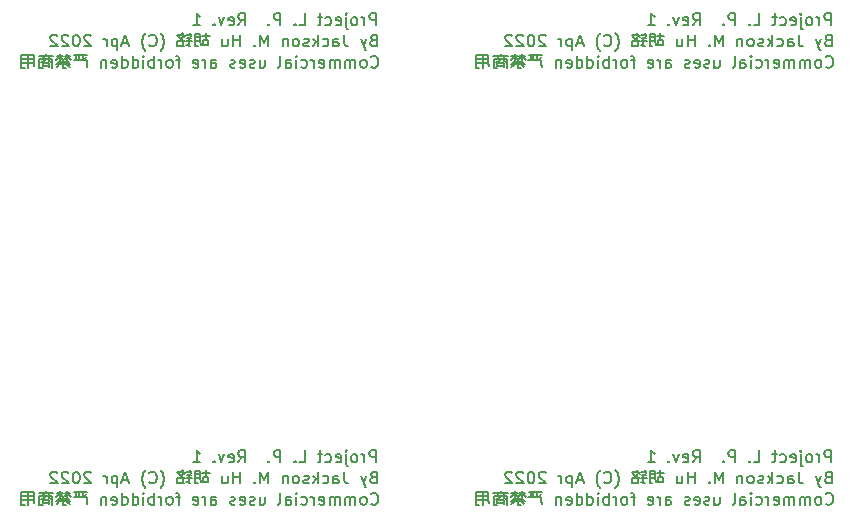
<source format=gbo>
G04 #@! TF.GenerationSoftware,KiCad,Pcbnew,6.0.4-6f826c9f35~116~ubuntu20.04.1*
G04 #@! TF.CreationDate,2022-04-01T21:21:36+11:00*
G04 #@! TF.ProjectId,panel,70616e65-6c2e-46b6-9963-61645f706362,rev?*
G04 #@! TF.SameCoordinates,Original*
G04 #@! TF.FileFunction,Legend,Bot*
G04 #@! TF.FilePolarity,Positive*
%FSLAX46Y46*%
G04 Gerber Fmt 4.6, Leading zero omitted, Abs format (unit mm)*
G04 Created by KiCad (PCBNEW 6.0.4-6f826c9f35~116~ubuntu20.04.1) date 2022-04-01 21:21:36*
%MOMM*%
%LPD*%
G01*
G04 APERTURE LIST*
%ADD10C,0.160000*%
%ADD11C,0.650000*%
%ADD12O,2.100000X1.000000*%
%ADD13O,1.600000X1.000000*%
%ADD14R,1.000000X1.000000*%
%ADD15O,1.000000X1.000000*%
%ADD16C,3.000000*%
%ADD17C,1.000000*%
G04 APERTURE END LIST*
D10*
X65464284Y-35902379D02*
X65464284Y-34902379D01*
X65083332Y-34902379D01*
X64988094Y-34949999D01*
X64940475Y-34997618D01*
X64892856Y-35092856D01*
X64892856Y-35235713D01*
X64940475Y-35330951D01*
X64988094Y-35378570D01*
X65083332Y-35426189D01*
X65464284Y-35426189D01*
X64464284Y-35902379D02*
X64464284Y-35235713D01*
X64464284Y-35426189D02*
X64416665Y-35330951D01*
X64369046Y-35283332D01*
X64273808Y-35235713D01*
X64178570Y-35235713D01*
X63702379Y-35902379D02*
X63797618Y-35854760D01*
X63845237Y-35807141D01*
X63892856Y-35711903D01*
X63892856Y-35426189D01*
X63845237Y-35330951D01*
X63797618Y-35283332D01*
X63702379Y-35235713D01*
X63559522Y-35235713D01*
X63464284Y-35283332D01*
X63416665Y-35330951D01*
X63369046Y-35426189D01*
X63369046Y-35711903D01*
X63416665Y-35807141D01*
X63464284Y-35854760D01*
X63559522Y-35902379D01*
X63702379Y-35902379D01*
X62940475Y-35235713D02*
X62940475Y-36092856D01*
X62988094Y-36188094D01*
X63083332Y-36235713D01*
X63130951Y-36235713D01*
X62940475Y-34902379D02*
X62988094Y-34949999D01*
X62940475Y-34997618D01*
X62892856Y-34949999D01*
X62940475Y-34902379D01*
X62940475Y-34997618D01*
X62083332Y-35854760D02*
X62178570Y-35902379D01*
X62369046Y-35902379D01*
X62464284Y-35854760D01*
X62511903Y-35759522D01*
X62511903Y-35378570D01*
X62464284Y-35283332D01*
X62369046Y-35235713D01*
X62178570Y-35235713D01*
X62083332Y-35283332D01*
X62035713Y-35378570D01*
X62035713Y-35473808D01*
X62511903Y-35569046D01*
X61178570Y-35854760D02*
X61273808Y-35902379D01*
X61464284Y-35902379D01*
X61559522Y-35854760D01*
X61607141Y-35807141D01*
X61654760Y-35711903D01*
X61654760Y-35426189D01*
X61607141Y-35330951D01*
X61559522Y-35283332D01*
X61464284Y-35235713D01*
X61273808Y-35235713D01*
X61178570Y-35283332D01*
X60892856Y-35235713D02*
X60511903Y-35235713D01*
X60749999Y-34902379D02*
X60749999Y-35759522D01*
X60702379Y-35854760D01*
X60607141Y-35902379D01*
X60511903Y-35902379D01*
X58940475Y-35902379D02*
X59416665Y-35902379D01*
X59416665Y-34902379D01*
X58607141Y-35807141D02*
X58559522Y-35854760D01*
X58607141Y-35902379D01*
X58654760Y-35854760D01*
X58607141Y-35807141D01*
X58607141Y-35902379D01*
X57369046Y-35902379D02*
X57369046Y-34902379D01*
X56988094Y-34902379D01*
X56892856Y-34949999D01*
X56845237Y-34997618D01*
X56797618Y-35092856D01*
X56797618Y-35235713D01*
X56845237Y-35330951D01*
X56892856Y-35378570D01*
X56988094Y-35426189D01*
X57369046Y-35426189D01*
X56369046Y-35807141D02*
X56321427Y-35854760D01*
X56369046Y-35902379D01*
X56416665Y-35854760D01*
X56369046Y-35807141D01*
X56369046Y-35902379D01*
X53797618Y-35902379D02*
X54130951Y-35426189D01*
X54369046Y-35902379D02*
X54369046Y-34902379D01*
X53988094Y-34902379D01*
X53892856Y-34949999D01*
X53845237Y-34997618D01*
X53797618Y-35092856D01*
X53797618Y-35235713D01*
X53845237Y-35330951D01*
X53892856Y-35378570D01*
X53988094Y-35426189D01*
X54369046Y-35426189D01*
X52988094Y-35854760D02*
X53083332Y-35902379D01*
X53273808Y-35902379D01*
X53369046Y-35854760D01*
X53416665Y-35759522D01*
X53416665Y-35378570D01*
X53369046Y-35283332D01*
X53273808Y-35235713D01*
X53083332Y-35235713D01*
X52988094Y-35283332D01*
X52940475Y-35378570D01*
X52940475Y-35473808D01*
X53416665Y-35569046D01*
X52607141Y-35235713D02*
X52369046Y-35902379D01*
X52130951Y-35235713D01*
X51749999Y-35807141D02*
X51702379Y-35854760D01*
X51749999Y-35902379D01*
X51797618Y-35854760D01*
X51749999Y-35807141D01*
X51749999Y-35902379D01*
X49988094Y-35902379D02*
X50559522Y-35902379D01*
X50273808Y-35902379D02*
X50273808Y-34902379D01*
X50369046Y-35045237D01*
X50464284Y-35140475D01*
X50559522Y-35188094D01*
X103964287Y-35902379D02*
X103964287Y-34902379D01*
X103583335Y-34902379D01*
X103488097Y-34949999D01*
X103440478Y-34997618D01*
X103392859Y-35092856D01*
X103392859Y-35235713D01*
X103440478Y-35330951D01*
X103488097Y-35378570D01*
X103583335Y-35426189D01*
X103964287Y-35426189D01*
X102964287Y-35902379D02*
X102964287Y-35235713D01*
X102964287Y-35426189D02*
X102916668Y-35330951D01*
X102869049Y-35283332D01*
X102773811Y-35235713D01*
X102678573Y-35235713D01*
X102202382Y-35902379D02*
X102297621Y-35854760D01*
X102345240Y-35807141D01*
X102392859Y-35711903D01*
X102392859Y-35426189D01*
X102345240Y-35330951D01*
X102297621Y-35283332D01*
X102202382Y-35235713D01*
X102059525Y-35235713D01*
X101964287Y-35283332D01*
X101916668Y-35330951D01*
X101869049Y-35426189D01*
X101869049Y-35711903D01*
X101916668Y-35807141D01*
X101964287Y-35854760D01*
X102059525Y-35902379D01*
X102202382Y-35902379D01*
X101440478Y-35235713D02*
X101440478Y-36092856D01*
X101488097Y-36188094D01*
X101583335Y-36235713D01*
X101630954Y-36235713D01*
X101440478Y-34902379D02*
X101488097Y-34949999D01*
X101440478Y-34997618D01*
X101392859Y-34949999D01*
X101440478Y-34902379D01*
X101440478Y-34997618D01*
X100583335Y-35854760D02*
X100678573Y-35902379D01*
X100869049Y-35902379D01*
X100964287Y-35854760D01*
X101011906Y-35759522D01*
X101011906Y-35378570D01*
X100964287Y-35283332D01*
X100869049Y-35235713D01*
X100678573Y-35235713D01*
X100583335Y-35283332D01*
X100535716Y-35378570D01*
X100535716Y-35473808D01*
X101011906Y-35569046D01*
X99678573Y-35854760D02*
X99773811Y-35902379D01*
X99964287Y-35902379D01*
X100059525Y-35854760D01*
X100107144Y-35807141D01*
X100154763Y-35711903D01*
X100154763Y-35426189D01*
X100107144Y-35330951D01*
X100059525Y-35283332D01*
X99964287Y-35235713D01*
X99773811Y-35235713D01*
X99678573Y-35283332D01*
X99392859Y-35235713D02*
X99011906Y-35235713D01*
X99250002Y-34902379D02*
X99250002Y-35759522D01*
X99202382Y-35854760D01*
X99107144Y-35902379D01*
X99011906Y-35902379D01*
X97440478Y-35902379D02*
X97916668Y-35902379D01*
X97916668Y-34902379D01*
X97107144Y-35807141D02*
X97059525Y-35854760D01*
X97107144Y-35902379D01*
X97154763Y-35854760D01*
X97107144Y-35807141D01*
X97107144Y-35902379D01*
X95869049Y-35902379D02*
X95869049Y-34902379D01*
X95488097Y-34902379D01*
X95392859Y-34949999D01*
X95345240Y-34997618D01*
X95297621Y-35092856D01*
X95297621Y-35235713D01*
X95345240Y-35330951D01*
X95392859Y-35378570D01*
X95488097Y-35426189D01*
X95869049Y-35426189D01*
X94869049Y-35807141D02*
X94821430Y-35854760D01*
X94869049Y-35902379D01*
X94916668Y-35854760D01*
X94869049Y-35807141D01*
X94869049Y-35902379D01*
X92297621Y-35902379D02*
X92630954Y-35426189D01*
X92869049Y-35902379D02*
X92869049Y-34902379D01*
X92488097Y-34902379D01*
X92392859Y-34949999D01*
X92345240Y-34997618D01*
X92297621Y-35092856D01*
X92297621Y-35235713D01*
X92345240Y-35330951D01*
X92392859Y-35378570D01*
X92488097Y-35426189D01*
X92869049Y-35426189D01*
X91488097Y-35854760D02*
X91583335Y-35902379D01*
X91773811Y-35902379D01*
X91869049Y-35854760D01*
X91916668Y-35759522D01*
X91916668Y-35378570D01*
X91869049Y-35283332D01*
X91773811Y-35235713D01*
X91583335Y-35235713D01*
X91488097Y-35283332D01*
X91440478Y-35378570D01*
X91440478Y-35473808D01*
X91916668Y-35569046D01*
X91107144Y-35235713D02*
X90869049Y-35902379D01*
X90630954Y-35235713D01*
X90250002Y-35807141D02*
X90202382Y-35854760D01*
X90250002Y-35902379D01*
X90297621Y-35854760D01*
X90250002Y-35807141D01*
X90250002Y-35902379D01*
X88488097Y-35902379D02*
X89059525Y-35902379D01*
X88773811Y-35902379D02*
X88773811Y-34902379D01*
X88869049Y-35045237D01*
X88964287Y-35140475D01*
X89059525Y-35188094D01*
X65464284Y-72902382D02*
X65464284Y-71902382D01*
X65083332Y-71902382D01*
X64988094Y-71950002D01*
X64940475Y-71997621D01*
X64892856Y-72092859D01*
X64892856Y-72235716D01*
X64940475Y-72330954D01*
X64988094Y-72378573D01*
X65083332Y-72426192D01*
X65464284Y-72426192D01*
X64464284Y-72902382D02*
X64464284Y-72235716D01*
X64464284Y-72426192D02*
X64416665Y-72330954D01*
X64369046Y-72283335D01*
X64273808Y-72235716D01*
X64178570Y-72235716D01*
X63702379Y-72902382D02*
X63797618Y-72854763D01*
X63845237Y-72807144D01*
X63892856Y-72711906D01*
X63892856Y-72426192D01*
X63845237Y-72330954D01*
X63797618Y-72283335D01*
X63702379Y-72235716D01*
X63559522Y-72235716D01*
X63464284Y-72283335D01*
X63416665Y-72330954D01*
X63369046Y-72426192D01*
X63369046Y-72711906D01*
X63416665Y-72807144D01*
X63464284Y-72854763D01*
X63559522Y-72902382D01*
X63702379Y-72902382D01*
X62940475Y-72235716D02*
X62940475Y-73092859D01*
X62988094Y-73188097D01*
X63083332Y-73235716D01*
X63130951Y-73235716D01*
X62940475Y-71902382D02*
X62988094Y-71950002D01*
X62940475Y-71997621D01*
X62892856Y-71950002D01*
X62940475Y-71902382D01*
X62940475Y-71997621D01*
X62083332Y-72854763D02*
X62178570Y-72902382D01*
X62369046Y-72902382D01*
X62464284Y-72854763D01*
X62511903Y-72759525D01*
X62511903Y-72378573D01*
X62464284Y-72283335D01*
X62369046Y-72235716D01*
X62178570Y-72235716D01*
X62083332Y-72283335D01*
X62035713Y-72378573D01*
X62035713Y-72473811D01*
X62511903Y-72569049D01*
X61178570Y-72854763D02*
X61273808Y-72902382D01*
X61464284Y-72902382D01*
X61559522Y-72854763D01*
X61607141Y-72807144D01*
X61654760Y-72711906D01*
X61654760Y-72426192D01*
X61607141Y-72330954D01*
X61559522Y-72283335D01*
X61464284Y-72235716D01*
X61273808Y-72235716D01*
X61178570Y-72283335D01*
X60892856Y-72235716D02*
X60511903Y-72235716D01*
X60749999Y-71902382D02*
X60749999Y-72759525D01*
X60702379Y-72854763D01*
X60607141Y-72902382D01*
X60511903Y-72902382D01*
X58940475Y-72902382D02*
X59416665Y-72902382D01*
X59416665Y-71902382D01*
X58607141Y-72807144D02*
X58559522Y-72854763D01*
X58607141Y-72902382D01*
X58654760Y-72854763D01*
X58607141Y-72807144D01*
X58607141Y-72902382D01*
X57369046Y-72902382D02*
X57369046Y-71902382D01*
X56988094Y-71902382D01*
X56892856Y-71950002D01*
X56845237Y-71997621D01*
X56797618Y-72092859D01*
X56797618Y-72235716D01*
X56845237Y-72330954D01*
X56892856Y-72378573D01*
X56988094Y-72426192D01*
X57369046Y-72426192D01*
X56369046Y-72807144D02*
X56321427Y-72854763D01*
X56369046Y-72902382D01*
X56416665Y-72854763D01*
X56369046Y-72807144D01*
X56369046Y-72902382D01*
X53797618Y-72902382D02*
X54130951Y-72426192D01*
X54369046Y-72902382D02*
X54369046Y-71902382D01*
X53988094Y-71902382D01*
X53892856Y-71950002D01*
X53845237Y-71997621D01*
X53797618Y-72092859D01*
X53797618Y-72235716D01*
X53845237Y-72330954D01*
X53892856Y-72378573D01*
X53988094Y-72426192D01*
X54369046Y-72426192D01*
X52988094Y-72854763D02*
X53083332Y-72902382D01*
X53273808Y-72902382D01*
X53369046Y-72854763D01*
X53416665Y-72759525D01*
X53416665Y-72378573D01*
X53369046Y-72283335D01*
X53273808Y-72235716D01*
X53083332Y-72235716D01*
X52988094Y-72283335D01*
X52940475Y-72378573D01*
X52940475Y-72473811D01*
X53416665Y-72569049D01*
X52607141Y-72235716D02*
X52369046Y-72902382D01*
X52130951Y-72235716D01*
X51749999Y-72807144D02*
X51702379Y-72854763D01*
X51749999Y-72902382D01*
X51797618Y-72854763D01*
X51749999Y-72807144D01*
X51749999Y-72902382D01*
X49988094Y-72902382D02*
X50559522Y-72902382D01*
X50273808Y-72902382D02*
X50273808Y-71902382D01*
X50369046Y-72045240D01*
X50464284Y-72140478D01*
X50559522Y-72188097D01*
X103964287Y-72902382D02*
X103964287Y-71902382D01*
X103583335Y-71902382D01*
X103488097Y-71950002D01*
X103440478Y-71997621D01*
X103392859Y-72092859D01*
X103392859Y-72235716D01*
X103440478Y-72330954D01*
X103488097Y-72378573D01*
X103583335Y-72426192D01*
X103964287Y-72426192D01*
X102964287Y-72902382D02*
X102964287Y-72235716D01*
X102964287Y-72426192D02*
X102916668Y-72330954D01*
X102869049Y-72283335D01*
X102773811Y-72235716D01*
X102678573Y-72235716D01*
X102202382Y-72902382D02*
X102297621Y-72854763D01*
X102345240Y-72807144D01*
X102392859Y-72711906D01*
X102392859Y-72426192D01*
X102345240Y-72330954D01*
X102297621Y-72283335D01*
X102202382Y-72235716D01*
X102059525Y-72235716D01*
X101964287Y-72283335D01*
X101916668Y-72330954D01*
X101869049Y-72426192D01*
X101869049Y-72711906D01*
X101916668Y-72807144D01*
X101964287Y-72854763D01*
X102059525Y-72902382D01*
X102202382Y-72902382D01*
X101440478Y-72235716D02*
X101440478Y-73092859D01*
X101488097Y-73188097D01*
X101583335Y-73235716D01*
X101630954Y-73235716D01*
X101440478Y-71902382D02*
X101488097Y-71950002D01*
X101440478Y-71997621D01*
X101392859Y-71950002D01*
X101440478Y-71902382D01*
X101440478Y-71997621D01*
X100583335Y-72854763D02*
X100678573Y-72902382D01*
X100869049Y-72902382D01*
X100964287Y-72854763D01*
X101011906Y-72759525D01*
X101011906Y-72378573D01*
X100964287Y-72283335D01*
X100869049Y-72235716D01*
X100678573Y-72235716D01*
X100583335Y-72283335D01*
X100535716Y-72378573D01*
X100535716Y-72473811D01*
X101011906Y-72569049D01*
X99678573Y-72854763D02*
X99773811Y-72902382D01*
X99964287Y-72902382D01*
X100059525Y-72854763D01*
X100107144Y-72807144D01*
X100154763Y-72711906D01*
X100154763Y-72426192D01*
X100107144Y-72330954D01*
X100059525Y-72283335D01*
X99964287Y-72235716D01*
X99773811Y-72235716D01*
X99678573Y-72283335D01*
X99392859Y-72235716D02*
X99011906Y-72235716D01*
X99250002Y-71902382D02*
X99250002Y-72759525D01*
X99202382Y-72854763D01*
X99107144Y-72902382D01*
X99011906Y-72902382D01*
X97440478Y-72902382D02*
X97916668Y-72902382D01*
X97916668Y-71902382D01*
X97107144Y-72807144D02*
X97059525Y-72854763D01*
X97107144Y-72902382D01*
X97154763Y-72854763D01*
X97107144Y-72807144D01*
X97107144Y-72902382D01*
X95869049Y-72902382D02*
X95869049Y-71902382D01*
X95488097Y-71902382D01*
X95392859Y-71950002D01*
X95345240Y-71997621D01*
X95297621Y-72092859D01*
X95297621Y-72235716D01*
X95345240Y-72330954D01*
X95392859Y-72378573D01*
X95488097Y-72426192D01*
X95869049Y-72426192D01*
X94869049Y-72807144D02*
X94821430Y-72854763D01*
X94869049Y-72902382D01*
X94916668Y-72854763D01*
X94869049Y-72807144D01*
X94869049Y-72902382D01*
X92297621Y-72902382D02*
X92630954Y-72426192D01*
X92869049Y-72902382D02*
X92869049Y-71902382D01*
X92488097Y-71902382D01*
X92392859Y-71950002D01*
X92345240Y-71997621D01*
X92297621Y-72092859D01*
X92297621Y-72235716D01*
X92345240Y-72330954D01*
X92392859Y-72378573D01*
X92488097Y-72426192D01*
X92869049Y-72426192D01*
X91488097Y-72854763D02*
X91583335Y-72902382D01*
X91773811Y-72902382D01*
X91869049Y-72854763D01*
X91916668Y-72759525D01*
X91916668Y-72378573D01*
X91869049Y-72283335D01*
X91773811Y-72235716D01*
X91583335Y-72235716D01*
X91488097Y-72283335D01*
X91440478Y-72378573D01*
X91440478Y-72473811D01*
X91916668Y-72569049D01*
X91107144Y-72235716D02*
X90869049Y-72902382D01*
X90630954Y-72235716D01*
X90250002Y-72807144D02*
X90202382Y-72854763D01*
X90250002Y-72902382D01*
X90297621Y-72854763D01*
X90250002Y-72807144D01*
X90250002Y-72902382D01*
X88488097Y-72902382D02*
X89059525Y-72902382D01*
X88773811Y-72902382D02*
X88773811Y-71902382D01*
X88869049Y-72045240D01*
X88964287Y-72140478D01*
X89059525Y-72188097D01*
X65051189Y-39407141D02*
X65098808Y-39454760D01*
X65241665Y-39502379D01*
X65336903Y-39502379D01*
X65479760Y-39454760D01*
X65574999Y-39359522D01*
X65622618Y-39264284D01*
X65670237Y-39073808D01*
X65670237Y-38930951D01*
X65622618Y-38740475D01*
X65574999Y-38645237D01*
X65479760Y-38549999D01*
X65336903Y-38502379D01*
X65241665Y-38502379D01*
X65098808Y-38549999D01*
X65051189Y-38597618D01*
X64479760Y-39502379D02*
X64574999Y-39454760D01*
X64622618Y-39407141D01*
X64670237Y-39311903D01*
X64670237Y-39026189D01*
X64622618Y-38930951D01*
X64574999Y-38883332D01*
X64479760Y-38835713D01*
X64336903Y-38835713D01*
X64241665Y-38883332D01*
X64194046Y-38930951D01*
X64146427Y-39026189D01*
X64146427Y-39311903D01*
X64194046Y-39407141D01*
X64241665Y-39454760D01*
X64336903Y-39502379D01*
X64479760Y-39502379D01*
X63717856Y-39502379D02*
X63717856Y-38835713D01*
X63717856Y-38930951D02*
X63670237Y-38883332D01*
X63574999Y-38835713D01*
X63432141Y-38835713D01*
X63336903Y-38883332D01*
X63289284Y-38978570D01*
X63289284Y-39502379D01*
X63289284Y-38978570D02*
X63241665Y-38883332D01*
X63146427Y-38835713D01*
X63003570Y-38835713D01*
X62908332Y-38883332D01*
X62860713Y-38978570D01*
X62860713Y-39502379D01*
X62384522Y-39502379D02*
X62384522Y-38835713D01*
X62384522Y-38930951D02*
X62336903Y-38883332D01*
X62241665Y-38835713D01*
X62098808Y-38835713D01*
X62003570Y-38883332D01*
X61955951Y-38978570D01*
X61955951Y-39502379D01*
X61955951Y-38978570D02*
X61908332Y-38883332D01*
X61813094Y-38835713D01*
X61670237Y-38835713D01*
X61574999Y-38883332D01*
X61527379Y-38978570D01*
X61527379Y-39502379D01*
X60670237Y-39454760D02*
X60765475Y-39502379D01*
X60955951Y-39502379D01*
X61051189Y-39454760D01*
X61098808Y-39359522D01*
X61098808Y-38978570D01*
X61051189Y-38883332D01*
X60955951Y-38835713D01*
X60765475Y-38835713D01*
X60670237Y-38883332D01*
X60622618Y-38978570D01*
X60622618Y-39073808D01*
X61098808Y-39169046D01*
X60194046Y-39502379D02*
X60194046Y-38835713D01*
X60194046Y-39026189D02*
X60146427Y-38930951D01*
X60098808Y-38883332D01*
X60003570Y-38835713D01*
X59908332Y-38835713D01*
X59146427Y-39454760D02*
X59241665Y-39502379D01*
X59432141Y-39502379D01*
X59527379Y-39454760D01*
X59574999Y-39407141D01*
X59622618Y-39311903D01*
X59622618Y-39026189D01*
X59574999Y-38930951D01*
X59527379Y-38883332D01*
X59432141Y-38835713D01*
X59241665Y-38835713D01*
X59146427Y-38883332D01*
X58717856Y-39502379D02*
X58717856Y-38835713D01*
X58717856Y-38502379D02*
X58765475Y-38549999D01*
X58717856Y-38597618D01*
X58670237Y-38549999D01*
X58717856Y-38502379D01*
X58717856Y-38597618D01*
X57813094Y-39502379D02*
X57813094Y-38978570D01*
X57860713Y-38883332D01*
X57955951Y-38835713D01*
X58146427Y-38835713D01*
X58241665Y-38883332D01*
X57813094Y-39454760D02*
X57908332Y-39502379D01*
X58146427Y-39502379D01*
X58241665Y-39454760D01*
X58289284Y-39359522D01*
X58289284Y-39264284D01*
X58241665Y-39169046D01*
X58146427Y-39121427D01*
X57908332Y-39121427D01*
X57813094Y-39073808D01*
X57194046Y-39502379D02*
X57289284Y-39454760D01*
X57336903Y-39359522D01*
X57336903Y-38502379D01*
X55622618Y-38835713D02*
X55622618Y-39502379D01*
X56051189Y-38835713D02*
X56051189Y-39359522D01*
X56003570Y-39454760D01*
X55908332Y-39502379D01*
X55765475Y-39502379D01*
X55670237Y-39454760D01*
X55622618Y-39407141D01*
X55194046Y-39454760D02*
X55098808Y-39502379D01*
X54908332Y-39502379D01*
X54813094Y-39454760D01*
X54765475Y-39359522D01*
X54765475Y-39311903D01*
X54813094Y-39216665D01*
X54908332Y-39169046D01*
X55051189Y-39169046D01*
X55146427Y-39121427D01*
X55194046Y-39026189D01*
X55194046Y-38978570D01*
X55146427Y-38883332D01*
X55051189Y-38835713D01*
X54908332Y-38835713D01*
X54813094Y-38883332D01*
X53955951Y-39454760D02*
X54051189Y-39502379D01*
X54241665Y-39502379D01*
X54336903Y-39454760D01*
X54384522Y-39359522D01*
X54384522Y-38978570D01*
X54336903Y-38883332D01*
X54241665Y-38835713D01*
X54051189Y-38835713D01*
X53955951Y-38883332D01*
X53908332Y-38978570D01*
X53908332Y-39073808D01*
X54384522Y-39169046D01*
X53527379Y-39454760D02*
X53432141Y-39502379D01*
X53241665Y-39502379D01*
X53146427Y-39454760D01*
X53098808Y-39359522D01*
X53098808Y-39311903D01*
X53146427Y-39216665D01*
X53241665Y-39169046D01*
X53384522Y-39169046D01*
X53479760Y-39121427D01*
X53527379Y-39026189D01*
X53527379Y-38978570D01*
X53479760Y-38883332D01*
X53384522Y-38835713D01*
X53241665Y-38835713D01*
X53146427Y-38883332D01*
X51479760Y-39502379D02*
X51479760Y-38978570D01*
X51527379Y-38883332D01*
X51622618Y-38835713D01*
X51813094Y-38835713D01*
X51908332Y-38883332D01*
X51479760Y-39454760D02*
X51574999Y-39502379D01*
X51813094Y-39502379D01*
X51908332Y-39454760D01*
X51955951Y-39359522D01*
X51955951Y-39264284D01*
X51908332Y-39169046D01*
X51813094Y-39121427D01*
X51574999Y-39121427D01*
X51479760Y-39073808D01*
X51003570Y-39502379D02*
X51003570Y-38835713D01*
X51003570Y-39026189D02*
X50955951Y-38930951D01*
X50908332Y-38883332D01*
X50813094Y-38835713D01*
X50717856Y-38835713D01*
X50003570Y-39454760D02*
X50098808Y-39502379D01*
X50289284Y-39502379D01*
X50384522Y-39454760D01*
X50432141Y-39359522D01*
X50432141Y-38978570D01*
X50384522Y-38883332D01*
X50289284Y-38835713D01*
X50098808Y-38835713D01*
X50003570Y-38883332D01*
X49955951Y-38978570D01*
X49955951Y-39073808D01*
X50432141Y-39169046D01*
X48908332Y-38835713D02*
X48527379Y-38835713D01*
X48765475Y-39502379D02*
X48765475Y-38645237D01*
X48717856Y-38549999D01*
X48622618Y-38502379D01*
X48527379Y-38502379D01*
X48051189Y-39502379D02*
X48146427Y-39454760D01*
X48194046Y-39407141D01*
X48241665Y-39311903D01*
X48241665Y-39026189D01*
X48194046Y-38930951D01*
X48146427Y-38883332D01*
X48051189Y-38835713D01*
X47908332Y-38835713D01*
X47813094Y-38883332D01*
X47765475Y-38930951D01*
X47717856Y-39026189D01*
X47717856Y-39311903D01*
X47765475Y-39407141D01*
X47813094Y-39454760D01*
X47908332Y-39502379D01*
X48051189Y-39502379D01*
X47289284Y-39502379D02*
X47289284Y-38835713D01*
X47289284Y-39026189D02*
X47241665Y-38930951D01*
X47194046Y-38883332D01*
X47098808Y-38835713D01*
X47003570Y-38835713D01*
X46670237Y-39502379D02*
X46670237Y-38502379D01*
X46670237Y-38883332D02*
X46574999Y-38835713D01*
X46384522Y-38835713D01*
X46289284Y-38883332D01*
X46241665Y-38930951D01*
X46194046Y-39026189D01*
X46194046Y-39311903D01*
X46241665Y-39407141D01*
X46289284Y-39454760D01*
X46384522Y-39502379D01*
X46574999Y-39502379D01*
X46670237Y-39454760D01*
X45765475Y-39502379D02*
X45765475Y-38835713D01*
X45765475Y-38502379D02*
X45813094Y-38549999D01*
X45765475Y-38597618D01*
X45717856Y-38549999D01*
X45765475Y-38502379D01*
X45765475Y-38597618D01*
X44860713Y-39502379D02*
X44860713Y-38502379D01*
X44860713Y-39454760D02*
X44955951Y-39502379D01*
X45146427Y-39502379D01*
X45241665Y-39454760D01*
X45289284Y-39407141D01*
X45336903Y-39311903D01*
X45336903Y-39026189D01*
X45289284Y-38930951D01*
X45241665Y-38883332D01*
X45146427Y-38835713D01*
X44955951Y-38835713D01*
X44860713Y-38883332D01*
X43955951Y-39502379D02*
X43955951Y-38502379D01*
X43955951Y-39454760D02*
X44051189Y-39502379D01*
X44241665Y-39502379D01*
X44336903Y-39454760D01*
X44384522Y-39407141D01*
X44432141Y-39311903D01*
X44432141Y-39026189D01*
X44384522Y-38930951D01*
X44336903Y-38883332D01*
X44241665Y-38835713D01*
X44051189Y-38835713D01*
X43955951Y-38883332D01*
X43098808Y-39454760D02*
X43194046Y-39502379D01*
X43384522Y-39502379D01*
X43479760Y-39454760D01*
X43527379Y-39359522D01*
X43527379Y-38978570D01*
X43479760Y-38883332D01*
X43384522Y-38835713D01*
X43194046Y-38835713D01*
X43098808Y-38883332D01*
X43051189Y-38978570D01*
X43051189Y-39073808D01*
X43527379Y-39169046D01*
X42622618Y-38835713D02*
X42622618Y-39502379D01*
X42622618Y-38930951D02*
X42574999Y-38883332D01*
X42479760Y-38835713D01*
X42336903Y-38835713D01*
X42241665Y-38883332D01*
X42194046Y-38978570D01*
X42194046Y-39502379D01*
X41003570Y-38454760D02*
X39908332Y-38454760D01*
X40955951Y-38883332D02*
X39860713Y-38883332D01*
X40622618Y-38454760D02*
X40622618Y-38883332D01*
X40289284Y-38454760D02*
X40289284Y-38883332D01*
X40908332Y-38597618D02*
X40813094Y-38788094D01*
X40051189Y-38549999D02*
X40098808Y-38788094D01*
X40955951Y-38883332D02*
X40955951Y-39216665D01*
X41003570Y-39454760D01*
X39574999Y-38502379D02*
X39098808Y-38502379D01*
X38955951Y-38502379D02*
X38432141Y-38502379D01*
X39432141Y-38978570D02*
X38527379Y-38978570D01*
X39574999Y-39169046D02*
X38384522Y-39169046D01*
X39241665Y-39502379D02*
X39003570Y-39502379D01*
X39289284Y-38359522D02*
X39289284Y-38883332D01*
X39003570Y-39169046D02*
X39003570Y-39502379D01*
X38717856Y-38359522D02*
X38717856Y-38883332D01*
X38622618Y-39311903D02*
X38432141Y-39454760D01*
X39336903Y-38502379D02*
X39194046Y-38645237D01*
X39098808Y-38740475D01*
X38717856Y-38502379D02*
X38384522Y-38835713D01*
X39336903Y-39264284D02*
X39527379Y-39454760D01*
X39289284Y-38502379D02*
X39622618Y-38835713D01*
X38717856Y-38502379D02*
X39003570Y-38835713D01*
X38146427Y-38502379D02*
X36908332Y-38502379D01*
X37384522Y-38978570D02*
X37098808Y-38978570D01*
X37765475Y-39359522D02*
X37289284Y-39359522D01*
X37241665Y-39502379D02*
X37003570Y-39502379D01*
X38051189Y-38740475D02*
X38051189Y-39502379D01*
X37765475Y-39073808D02*
X37765475Y-39454760D01*
X37527379Y-38359522D02*
X37527379Y-38549999D01*
X37432141Y-38740475D02*
X37384522Y-38978570D01*
X37765475Y-39073808D02*
X37241665Y-39073808D01*
X37241665Y-39359522D01*
X38051189Y-38740475D02*
X36955951Y-38740475D01*
X36955951Y-39502379D01*
X37241665Y-38502379D02*
X37336903Y-38740475D01*
X37860713Y-38502379D02*
X37717856Y-38740475D01*
X37765475Y-38930951D01*
X37955951Y-39026189D01*
X36479760Y-38788094D02*
X35432141Y-38788094D01*
X36479760Y-39121427D02*
X35432141Y-39121427D01*
X35717856Y-39502379D02*
X35432141Y-39502379D01*
X36003570Y-38454760D02*
X36003570Y-39502379D01*
X36479760Y-38454760D02*
X35432141Y-38454760D01*
X35432141Y-39502379D01*
X36479760Y-38454760D02*
X36479760Y-39073808D01*
X36527379Y-39359522D01*
X103551192Y-39407141D02*
X103598811Y-39454760D01*
X103741668Y-39502379D01*
X103836906Y-39502379D01*
X103979763Y-39454760D01*
X104075002Y-39359522D01*
X104122621Y-39264284D01*
X104170240Y-39073808D01*
X104170240Y-38930951D01*
X104122621Y-38740475D01*
X104075002Y-38645237D01*
X103979763Y-38549999D01*
X103836906Y-38502379D01*
X103741668Y-38502379D01*
X103598811Y-38549999D01*
X103551192Y-38597618D01*
X102979763Y-39502379D02*
X103075002Y-39454760D01*
X103122621Y-39407141D01*
X103170240Y-39311903D01*
X103170240Y-39026189D01*
X103122621Y-38930951D01*
X103075002Y-38883332D01*
X102979763Y-38835713D01*
X102836906Y-38835713D01*
X102741668Y-38883332D01*
X102694049Y-38930951D01*
X102646430Y-39026189D01*
X102646430Y-39311903D01*
X102694049Y-39407141D01*
X102741668Y-39454760D01*
X102836906Y-39502379D01*
X102979763Y-39502379D01*
X102217859Y-39502379D02*
X102217859Y-38835713D01*
X102217859Y-38930951D02*
X102170240Y-38883332D01*
X102075002Y-38835713D01*
X101932144Y-38835713D01*
X101836906Y-38883332D01*
X101789287Y-38978570D01*
X101789287Y-39502379D01*
X101789287Y-38978570D02*
X101741668Y-38883332D01*
X101646430Y-38835713D01*
X101503573Y-38835713D01*
X101408335Y-38883332D01*
X101360716Y-38978570D01*
X101360716Y-39502379D01*
X100884525Y-39502379D02*
X100884525Y-38835713D01*
X100884525Y-38930951D02*
X100836906Y-38883332D01*
X100741668Y-38835713D01*
X100598811Y-38835713D01*
X100503573Y-38883332D01*
X100455954Y-38978570D01*
X100455954Y-39502379D01*
X100455954Y-38978570D02*
X100408335Y-38883332D01*
X100313097Y-38835713D01*
X100170240Y-38835713D01*
X100075002Y-38883332D01*
X100027382Y-38978570D01*
X100027382Y-39502379D01*
X99170240Y-39454760D02*
X99265478Y-39502379D01*
X99455954Y-39502379D01*
X99551192Y-39454760D01*
X99598811Y-39359522D01*
X99598811Y-38978570D01*
X99551192Y-38883332D01*
X99455954Y-38835713D01*
X99265478Y-38835713D01*
X99170240Y-38883332D01*
X99122621Y-38978570D01*
X99122621Y-39073808D01*
X99598811Y-39169046D01*
X98694049Y-39502379D02*
X98694049Y-38835713D01*
X98694049Y-39026189D02*
X98646430Y-38930951D01*
X98598811Y-38883332D01*
X98503573Y-38835713D01*
X98408335Y-38835713D01*
X97646430Y-39454760D02*
X97741668Y-39502379D01*
X97932144Y-39502379D01*
X98027382Y-39454760D01*
X98075002Y-39407141D01*
X98122621Y-39311903D01*
X98122621Y-39026189D01*
X98075002Y-38930951D01*
X98027382Y-38883332D01*
X97932144Y-38835713D01*
X97741668Y-38835713D01*
X97646430Y-38883332D01*
X97217859Y-39502379D02*
X97217859Y-38835713D01*
X97217859Y-38502379D02*
X97265478Y-38549999D01*
X97217859Y-38597618D01*
X97170240Y-38549999D01*
X97217859Y-38502379D01*
X97217859Y-38597618D01*
X96313097Y-39502379D02*
X96313097Y-38978570D01*
X96360716Y-38883332D01*
X96455954Y-38835713D01*
X96646430Y-38835713D01*
X96741668Y-38883332D01*
X96313097Y-39454760D02*
X96408335Y-39502379D01*
X96646430Y-39502379D01*
X96741668Y-39454760D01*
X96789287Y-39359522D01*
X96789287Y-39264284D01*
X96741668Y-39169046D01*
X96646430Y-39121427D01*
X96408335Y-39121427D01*
X96313097Y-39073808D01*
X95694049Y-39502379D02*
X95789287Y-39454760D01*
X95836906Y-39359522D01*
X95836906Y-38502379D01*
X94122621Y-38835713D02*
X94122621Y-39502379D01*
X94551192Y-38835713D02*
X94551192Y-39359522D01*
X94503573Y-39454760D01*
X94408335Y-39502379D01*
X94265478Y-39502379D01*
X94170240Y-39454760D01*
X94122621Y-39407141D01*
X93694049Y-39454760D02*
X93598811Y-39502379D01*
X93408335Y-39502379D01*
X93313097Y-39454760D01*
X93265478Y-39359522D01*
X93265478Y-39311903D01*
X93313097Y-39216665D01*
X93408335Y-39169046D01*
X93551192Y-39169046D01*
X93646430Y-39121427D01*
X93694049Y-39026189D01*
X93694049Y-38978570D01*
X93646430Y-38883332D01*
X93551192Y-38835713D01*
X93408335Y-38835713D01*
X93313097Y-38883332D01*
X92455954Y-39454760D02*
X92551192Y-39502379D01*
X92741668Y-39502379D01*
X92836906Y-39454760D01*
X92884525Y-39359522D01*
X92884525Y-38978570D01*
X92836906Y-38883332D01*
X92741668Y-38835713D01*
X92551192Y-38835713D01*
X92455954Y-38883332D01*
X92408335Y-38978570D01*
X92408335Y-39073808D01*
X92884525Y-39169046D01*
X92027382Y-39454760D02*
X91932144Y-39502379D01*
X91741668Y-39502379D01*
X91646430Y-39454760D01*
X91598811Y-39359522D01*
X91598811Y-39311903D01*
X91646430Y-39216665D01*
X91741668Y-39169046D01*
X91884525Y-39169046D01*
X91979763Y-39121427D01*
X92027382Y-39026189D01*
X92027382Y-38978570D01*
X91979763Y-38883332D01*
X91884525Y-38835713D01*
X91741668Y-38835713D01*
X91646430Y-38883332D01*
X89979763Y-39502379D02*
X89979763Y-38978570D01*
X90027382Y-38883332D01*
X90122621Y-38835713D01*
X90313097Y-38835713D01*
X90408335Y-38883332D01*
X89979763Y-39454760D02*
X90075002Y-39502379D01*
X90313097Y-39502379D01*
X90408335Y-39454760D01*
X90455954Y-39359522D01*
X90455954Y-39264284D01*
X90408335Y-39169046D01*
X90313097Y-39121427D01*
X90075002Y-39121427D01*
X89979763Y-39073808D01*
X89503573Y-39502379D02*
X89503573Y-38835713D01*
X89503573Y-39026189D02*
X89455954Y-38930951D01*
X89408335Y-38883332D01*
X89313097Y-38835713D01*
X89217859Y-38835713D01*
X88503573Y-39454760D02*
X88598811Y-39502379D01*
X88789287Y-39502379D01*
X88884525Y-39454760D01*
X88932144Y-39359522D01*
X88932144Y-38978570D01*
X88884525Y-38883332D01*
X88789287Y-38835713D01*
X88598811Y-38835713D01*
X88503573Y-38883332D01*
X88455954Y-38978570D01*
X88455954Y-39073808D01*
X88932144Y-39169046D01*
X87408335Y-38835713D02*
X87027382Y-38835713D01*
X87265478Y-39502379D02*
X87265478Y-38645237D01*
X87217859Y-38549999D01*
X87122621Y-38502379D01*
X87027382Y-38502379D01*
X86551192Y-39502379D02*
X86646430Y-39454760D01*
X86694049Y-39407141D01*
X86741668Y-39311903D01*
X86741668Y-39026189D01*
X86694049Y-38930951D01*
X86646430Y-38883332D01*
X86551192Y-38835713D01*
X86408335Y-38835713D01*
X86313097Y-38883332D01*
X86265478Y-38930951D01*
X86217859Y-39026189D01*
X86217859Y-39311903D01*
X86265478Y-39407141D01*
X86313097Y-39454760D01*
X86408335Y-39502379D01*
X86551192Y-39502379D01*
X85789287Y-39502379D02*
X85789287Y-38835713D01*
X85789287Y-39026189D02*
X85741668Y-38930951D01*
X85694049Y-38883332D01*
X85598811Y-38835713D01*
X85503573Y-38835713D01*
X85170240Y-39502379D02*
X85170240Y-38502379D01*
X85170240Y-38883332D02*
X85075002Y-38835713D01*
X84884525Y-38835713D01*
X84789287Y-38883332D01*
X84741668Y-38930951D01*
X84694049Y-39026189D01*
X84694049Y-39311903D01*
X84741668Y-39407141D01*
X84789287Y-39454760D01*
X84884525Y-39502379D01*
X85075002Y-39502379D01*
X85170240Y-39454760D01*
X84265478Y-39502379D02*
X84265478Y-38835713D01*
X84265478Y-38502379D02*
X84313097Y-38549999D01*
X84265478Y-38597618D01*
X84217859Y-38549999D01*
X84265478Y-38502379D01*
X84265478Y-38597618D01*
X83360716Y-39502379D02*
X83360716Y-38502379D01*
X83360716Y-39454760D02*
X83455954Y-39502379D01*
X83646430Y-39502379D01*
X83741668Y-39454760D01*
X83789287Y-39407141D01*
X83836906Y-39311903D01*
X83836906Y-39026189D01*
X83789287Y-38930951D01*
X83741668Y-38883332D01*
X83646430Y-38835713D01*
X83455954Y-38835713D01*
X83360716Y-38883332D01*
X82455954Y-39502379D02*
X82455954Y-38502379D01*
X82455954Y-39454760D02*
X82551192Y-39502379D01*
X82741668Y-39502379D01*
X82836906Y-39454760D01*
X82884525Y-39407141D01*
X82932144Y-39311903D01*
X82932144Y-39026189D01*
X82884525Y-38930951D01*
X82836906Y-38883332D01*
X82741668Y-38835713D01*
X82551192Y-38835713D01*
X82455954Y-38883332D01*
X81598811Y-39454760D02*
X81694049Y-39502379D01*
X81884525Y-39502379D01*
X81979763Y-39454760D01*
X82027382Y-39359522D01*
X82027382Y-38978570D01*
X81979763Y-38883332D01*
X81884525Y-38835713D01*
X81694049Y-38835713D01*
X81598811Y-38883332D01*
X81551192Y-38978570D01*
X81551192Y-39073808D01*
X82027382Y-39169046D01*
X81122621Y-38835713D02*
X81122621Y-39502379D01*
X81122621Y-38930951D02*
X81075002Y-38883332D01*
X80979763Y-38835713D01*
X80836906Y-38835713D01*
X80741668Y-38883332D01*
X80694049Y-38978570D01*
X80694049Y-39502379D01*
X79503573Y-38454760D02*
X78408335Y-38454760D01*
X79455954Y-38883332D02*
X78360716Y-38883332D01*
X79122621Y-38454760D02*
X79122621Y-38883332D01*
X78789287Y-38454760D02*
X78789287Y-38883332D01*
X79408335Y-38597618D02*
X79313097Y-38788094D01*
X78551192Y-38549999D02*
X78598811Y-38788094D01*
X79455954Y-38883332D02*
X79455954Y-39216665D01*
X79503573Y-39454760D01*
X78075002Y-38502379D02*
X77598811Y-38502379D01*
X77455954Y-38502379D02*
X76932144Y-38502379D01*
X77932144Y-38978570D02*
X77027382Y-38978570D01*
X78075002Y-39169046D02*
X76884525Y-39169046D01*
X77741668Y-39502379D02*
X77503573Y-39502379D01*
X77789287Y-38359522D02*
X77789287Y-38883332D01*
X77503573Y-39169046D02*
X77503573Y-39502379D01*
X77217859Y-38359522D02*
X77217859Y-38883332D01*
X77122621Y-39311903D02*
X76932144Y-39454760D01*
X77836906Y-38502379D02*
X77694049Y-38645237D01*
X77598811Y-38740475D01*
X77217859Y-38502379D02*
X76884525Y-38835713D01*
X77836906Y-39264284D02*
X78027382Y-39454760D01*
X77789287Y-38502379D02*
X78122621Y-38835713D01*
X77217859Y-38502379D02*
X77503573Y-38835713D01*
X76646430Y-38502379D02*
X75408335Y-38502379D01*
X75884525Y-38978570D02*
X75598811Y-38978570D01*
X76265478Y-39359522D02*
X75789287Y-39359522D01*
X75741668Y-39502379D02*
X75503573Y-39502379D01*
X76551192Y-38740475D02*
X76551192Y-39502379D01*
X76265478Y-39073808D02*
X76265478Y-39454760D01*
X76027382Y-38359522D02*
X76027382Y-38549999D01*
X75932144Y-38740475D02*
X75884525Y-38978570D01*
X76265478Y-39073808D02*
X75741668Y-39073808D01*
X75741668Y-39359522D01*
X76551192Y-38740475D02*
X75455954Y-38740475D01*
X75455954Y-39502379D01*
X75741668Y-38502379D02*
X75836906Y-38740475D01*
X76360716Y-38502379D02*
X76217859Y-38740475D01*
X76265478Y-38930951D01*
X76455954Y-39026189D01*
X74979763Y-38788094D02*
X73932144Y-38788094D01*
X74979763Y-39121427D02*
X73932144Y-39121427D01*
X74217859Y-39502379D02*
X73932144Y-39502379D01*
X74503573Y-38454760D02*
X74503573Y-39502379D01*
X74979763Y-38454760D02*
X73932144Y-38454760D01*
X73932144Y-39502379D01*
X74979763Y-38454760D02*
X74979763Y-39073808D01*
X75027382Y-39359522D01*
X65051189Y-76407144D02*
X65098808Y-76454763D01*
X65241665Y-76502382D01*
X65336903Y-76502382D01*
X65479760Y-76454763D01*
X65574999Y-76359525D01*
X65622618Y-76264287D01*
X65670237Y-76073811D01*
X65670237Y-75930954D01*
X65622618Y-75740478D01*
X65574999Y-75645240D01*
X65479760Y-75550002D01*
X65336903Y-75502382D01*
X65241665Y-75502382D01*
X65098808Y-75550002D01*
X65051189Y-75597621D01*
X64479760Y-76502382D02*
X64574999Y-76454763D01*
X64622618Y-76407144D01*
X64670237Y-76311906D01*
X64670237Y-76026192D01*
X64622618Y-75930954D01*
X64574999Y-75883335D01*
X64479760Y-75835716D01*
X64336903Y-75835716D01*
X64241665Y-75883335D01*
X64194046Y-75930954D01*
X64146427Y-76026192D01*
X64146427Y-76311906D01*
X64194046Y-76407144D01*
X64241665Y-76454763D01*
X64336903Y-76502382D01*
X64479760Y-76502382D01*
X63717856Y-76502382D02*
X63717856Y-75835716D01*
X63717856Y-75930954D02*
X63670237Y-75883335D01*
X63574999Y-75835716D01*
X63432141Y-75835716D01*
X63336903Y-75883335D01*
X63289284Y-75978573D01*
X63289284Y-76502382D01*
X63289284Y-75978573D02*
X63241665Y-75883335D01*
X63146427Y-75835716D01*
X63003570Y-75835716D01*
X62908332Y-75883335D01*
X62860713Y-75978573D01*
X62860713Y-76502382D01*
X62384522Y-76502382D02*
X62384522Y-75835716D01*
X62384522Y-75930954D02*
X62336903Y-75883335D01*
X62241665Y-75835716D01*
X62098808Y-75835716D01*
X62003570Y-75883335D01*
X61955951Y-75978573D01*
X61955951Y-76502382D01*
X61955951Y-75978573D02*
X61908332Y-75883335D01*
X61813094Y-75835716D01*
X61670237Y-75835716D01*
X61574999Y-75883335D01*
X61527379Y-75978573D01*
X61527379Y-76502382D01*
X60670237Y-76454763D02*
X60765475Y-76502382D01*
X60955951Y-76502382D01*
X61051189Y-76454763D01*
X61098808Y-76359525D01*
X61098808Y-75978573D01*
X61051189Y-75883335D01*
X60955951Y-75835716D01*
X60765475Y-75835716D01*
X60670237Y-75883335D01*
X60622618Y-75978573D01*
X60622618Y-76073811D01*
X61098808Y-76169049D01*
X60194046Y-76502382D02*
X60194046Y-75835716D01*
X60194046Y-76026192D02*
X60146427Y-75930954D01*
X60098808Y-75883335D01*
X60003570Y-75835716D01*
X59908332Y-75835716D01*
X59146427Y-76454763D02*
X59241665Y-76502382D01*
X59432141Y-76502382D01*
X59527379Y-76454763D01*
X59574999Y-76407144D01*
X59622618Y-76311906D01*
X59622618Y-76026192D01*
X59574999Y-75930954D01*
X59527379Y-75883335D01*
X59432141Y-75835716D01*
X59241665Y-75835716D01*
X59146427Y-75883335D01*
X58717856Y-76502382D02*
X58717856Y-75835716D01*
X58717856Y-75502382D02*
X58765475Y-75550002D01*
X58717856Y-75597621D01*
X58670237Y-75550002D01*
X58717856Y-75502382D01*
X58717856Y-75597621D01*
X57813094Y-76502382D02*
X57813094Y-75978573D01*
X57860713Y-75883335D01*
X57955951Y-75835716D01*
X58146427Y-75835716D01*
X58241665Y-75883335D01*
X57813094Y-76454763D02*
X57908332Y-76502382D01*
X58146427Y-76502382D01*
X58241665Y-76454763D01*
X58289284Y-76359525D01*
X58289284Y-76264287D01*
X58241665Y-76169049D01*
X58146427Y-76121430D01*
X57908332Y-76121430D01*
X57813094Y-76073811D01*
X57194046Y-76502382D02*
X57289284Y-76454763D01*
X57336903Y-76359525D01*
X57336903Y-75502382D01*
X55622618Y-75835716D02*
X55622618Y-76502382D01*
X56051189Y-75835716D02*
X56051189Y-76359525D01*
X56003570Y-76454763D01*
X55908332Y-76502382D01*
X55765475Y-76502382D01*
X55670237Y-76454763D01*
X55622618Y-76407144D01*
X55194046Y-76454763D02*
X55098808Y-76502382D01*
X54908332Y-76502382D01*
X54813094Y-76454763D01*
X54765475Y-76359525D01*
X54765475Y-76311906D01*
X54813094Y-76216668D01*
X54908332Y-76169049D01*
X55051189Y-76169049D01*
X55146427Y-76121430D01*
X55194046Y-76026192D01*
X55194046Y-75978573D01*
X55146427Y-75883335D01*
X55051189Y-75835716D01*
X54908332Y-75835716D01*
X54813094Y-75883335D01*
X53955951Y-76454763D02*
X54051189Y-76502382D01*
X54241665Y-76502382D01*
X54336903Y-76454763D01*
X54384522Y-76359525D01*
X54384522Y-75978573D01*
X54336903Y-75883335D01*
X54241665Y-75835716D01*
X54051189Y-75835716D01*
X53955951Y-75883335D01*
X53908332Y-75978573D01*
X53908332Y-76073811D01*
X54384522Y-76169049D01*
X53527379Y-76454763D02*
X53432141Y-76502382D01*
X53241665Y-76502382D01*
X53146427Y-76454763D01*
X53098808Y-76359525D01*
X53098808Y-76311906D01*
X53146427Y-76216668D01*
X53241665Y-76169049D01*
X53384522Y-76169049D01*
X53479760Y-76121430D01*
X53527379Y-76026192D01*
X53527379Y-75978573D01*
X53479760Y-75883335D01*
X53384522Y-75835716D01*
X53241665Y-75835716D01*
X53146427Y-75883335D01*
X51479760Y-76502382D02*
X51479760Y-75978573D01*
X51527379Y-75883335D01*
X51622618Y-75835716D01*
X51813094Y-75835716D01*
X51908332Y-75883335D01*
X51479760Y-76454763D02*
X51574999Y-76502382D01*
X51813094Y-76502382D01*
X51908332Y-76454763D01*
X51955951Y-76359525D01*
X51955951Y-76264287D01*
X51908332Y-76169049D01*
X51813094Y-76121430D01*
X51574999Y-76121430D01*
X51479760Y-76073811D01*
X51003570Y-76502382D02*
X51003570Y-75835716D01*
X51003570Y-76026192D02*
X50955951Y-75930954D01*
X50908332Y-75883335D01*
X50813094Y-75835716D01*
X50717856Y-75835716D01*
X50003570Y-76454763D02*
X50098808Y-76502382D01*
X50289284Y-76502382D01*
X50384522Y-76454763D01*
X50432141Y-76359525D01*
X50432141Y-75978573D01*
X50384522Y-75883335D01*
X50289284Y-75835716D01*
X50098808Y-75835716D01*
X50003570Y-75883335D01*
X49955951Y-75978573D01*
X49955951Y-76073811D01*
X50432141Y-76169049D01*
X48908332Y-75835716D02*
X48527379Y-75835716D01*
X48765475Y-76502382D02*
X48765475Y-75645240D01*
X48717856Y-75550002D01*
X48622618Y-75502382D01*
X48527379Y-75502382D01*
X48051189Y-76502382D02*
X48146427Y-76454763D01*
X48194046Y-76407144D01*
X48241665Y-76311906D01*
X48241665Y-76026192D01*
X48194046Y-75930954D01*
X48146427Y-75883335D01*
X48051189Y-75835716D01*
X47908332Y-75835716D01*
X47813094Y-75883335D01*
X47765475Y-75930954D01*
X47717856Y-76026192D01*
X47717856Y-76311906D01*
X47765475Y-76407144D01*
X47813094Y-76454763D01*
X47908332Y-76502382D01*
X48051189Y-76502382D01*
X47289284Y-76502382D02*
X47289284Y-75835716D01*
X47289284Y-76026192D02*
X47241665Y-75930954D01*
X47194046Y-75883335D01*
X47098808Y-75835716D01*
X47003570Y-75835716D01*
X46670237Y-76502382D02*
X46670237Y-75502382D01*
X46670237Y-75883335D02*
X46574999Y-75835716D01*
X46384522Y-75835716D01*
X46289284Y-75883335D01*
X46241665Y-75930954D01*
X46194046Y-76026192D01*
X46194046Y-76311906D01*
X46241665Y-76407144D01*
X46289284Y-76454763D01*
X46384522Y-76502382D01*
X46574999Y-76502382D01*
X46670237Y-76454763D01*
X45765475Y-76502382D02*
X45765475Y-75835716D01*
X45765475Y-75502382D02*
X45813094Y-75550002D01*
X45765475Y-75597621D01*
X45717856Y-75550002D01*
X45765475Y-75502382D01*
X45765475Y-75597621D01*
X44860713Y-76502382D02*
X44860713Y-75502382D01*
X44860713Y-76454763D02*
X44955951Y-76502382D01*
X45146427Y-76502382D01*
X45241665Y-76454763D01*
X45289284Y-76407144D01*
X45336903Y-76311906D01*
X45336903Y-76026192D01*
X45289284Y-75930954D01*
X45241665Y-75883335D01*
X45146427Y-75835716D01*
X44955951Y-75835716D01*
X44860713Y-75883335D01*
X43955951Y-76502382D02*
X43955951Y-75502382D01*
X43955951Y-76454763D02*
X44051189Y-76502382D01*
X44241665Y-76502382D01*
X44336903Y-76454763D01*
X44384522Y-76407144D01*
X44432141Y-76311906D01*
X44432141Y-76026192D01*
X44384522Y-75930954D01*
X44336903Y-75883335D01*
X44241665Y-75835716D01*
X44051189Y-75835716D01*
X43955951Y-75883335D01*
X43098808Y-76454763D02*
X43194046Y-76502382D01*
X43384522Y-76502382D01*
X43479760Y-76454763D01*
X43527379Y-76359525D01*
X43527379Y-75978573D01*
X43479760Y-75883335D01*
X43384522Y-75835716D01*
X43194046Y-75835716D01*
X43098808Y-75883335D01*
X43051189Y-75978573D01*
X43051189Y-76073811D01*
X43527379Y-76169049D01*
X42622618Y-75835716D02*
X42622618Y-76502382D01*
X42622618Y-75930954D02*
X42574999Y-75883335D01*
X42479760Y-75835716D01*
X42336903Y-75835716D01*
X42241665Y-75883335D01*
X42194046Y-75978573D01*
X42194046Y-76502382D01*
X41003570Y-75454763D02*
X39908332Y-75454763D01*
X40955951Y-75883335D02*
X39860713Y-75883335D01*
X40622618Y-75454763D02*
X40622618Y-75883335D01*
X40289284Y-75454763D02*
X40289284Y-75883335D01*
X40908332Y-75597621D02*
X40813094Y-75788097D01*
X40051189Y-75550002D02*
X40098808Y-75788097D01*
X40955951Y-75883335D02*
X40955951Y-76216668D01*
X41003570Y-76454763D01*
X39574999Y-75502382D02*
X39098808Y-75502382D01*
X38955951Y-75502382D02*
X38432141Y-75502382D01*
X39432141Y-75978573D02*
X38527379Y-75978573D01*
X39574999Y-76169049D02*
X38384522Y-76169049D01*
X39241665Y-76502382D02*
X39003570Y-76502382D01*
X39289284Y-75359525D02*
X39289284Y-75883335D01*
X39003570Y-76169049D02*
X39003570Y-76502382D01*
X38717856Y-75359525D02*
X38717856Y-75883335D01*
X38622618Y-76311906D02*
X38432141Y-76454763D01*
X39336903Y-75502382D02*
X39194046Y-75645240D01*
X39098808Y-75740478D01*
X38717856Y-75502382D02*
X38384522Y-75835716D01*
X39336903Y-76264287D02*
X39527379Y-76454763D01*
X39289284Y-75502382D02*
X39622618Y-75835716D01*
X38717856Y-75502382D02*
X39003570Y-75835716D01*
X38146427Y-75502382D02*
X36908332Y-75502382D01*
X37384522Y-75978573D02*
X37098808Y-75978573D01*
X37765475Y-76359525D02*
X37289284Y-76359525D01*
X37241665Y-76502382D02*
X37003570Y-76502382D01*
X38051189Y-75740478D02*
X38051189Y-76502382D01*
X37765475Y-76073811D02*
X37765475Y-76454763D01*
X37527379Y-75359525D02*
X37527379Y-75550002D01*
X37432141Y-75740478D02*
X37384522Y-75978573D01*
X37765475Y-76073811D02*
X37241665Y-76073811D01*
X37241665Y-76359525D01*
X38051189Y-75740478D02*
X36955951Y-75740478D01*
X36955951Y-76502382D01*
X37241665Y-75502382D02*
X37336903Y-75740478D01*
X37860713Y-75502382D02*
X37717856Y-75740478D01*
X37765475Y-75930954D01*
X37955951Y-76026192D01*
X36479760Y-75788097D02*
X35432141Y-75788097D01*
X36479760Y-76121430D02*
X35432141Y-76121430D01*
X35717856Y-76502382D02*
X35432141Y-76502382D01*
X36003570Y-75454763D02*
X36003570Y-76502382D01*
X36479760Y-75454763D02*
X35432141Y-75454763D01*
X35432141Y-76502382D01*
X36479760Y-75454763D02*
X36479760Y-76073811D01*
X36527379Y-76359525D01*
X103551192Y-76407144D02*
X103598811Y-76454763D01*
X103741668Y-76502382D01*
X103836906Y-76502382D01*
X103979763Y-76454763D01*
X104075002Y-76359525D01*
X104122621Y-76264287D01*
X104170240Y-76073811D01*
X104170240Y-75930954D01*
X104122621Y-75740478D01*
X104075002Y-75645240D01*
X103979763Y-75550002D01*
X103836906Y-75502382D01*
X103741668Y-75502382D01*
X103598811Y-75550002D01*
X103551192Y-75597621D01*
X102979763Y-76502382D02*
X103075002Y-76454763D01*
X103122621Y-76407144D01*
X103170240Y-76311906D01*
X103170240Y-76026192D01*
X103122621Y-75930954D01*
X103075002Y-75883335D01*
X102979763Y-75835716D01*
X102836906Y-75835716D01*
X102741668Y-75883335D01*
X102694049Y-75930954D01*
X102646430Y-76026192D01*
X102646430Y-76311906D01*
X102694049Y-76407144D01*
X102741668Y-76454763D01*
X102836906Y-76502382D01*
X102979763Y-76502382D01*
X102217859Y-76502382D02*
X102217859Y-75835716D01*
X102217859Y-75930954D02*
X102170240Y-75883335D01*
X102075002Y-75835716D01*
X101932144Y-75835716D01*
X101836906Y-75883335D01*
X101789287Y-75978573D01*
X101789287Y-76502382D01*
X101789287Y-75978573D02*
X101741668Y-75883335D01*
X101646430Y-75835716D01*
X101503573Y-75835716D01*
X101408335Y-75883335D01*
X101360716Y-75978573D01*
X101360716Y-76502382D01*
X100884525Y-76502382D02*
X100884525Y-75835716D01*
X100884525Y-75930954D02*
X100836906Y-75883335D01*
X100741668Y-75835716D01*
X100598811Y-75835716D01*
X100503573Y-75883335D01*
X100455954Y-75978573D01*
X100455954Y-76502382D01*
X100455954Y-75978573D02*
X100408335Y-75883335D01*
X100313097Y-75835716D01*
X100170240Y-75835716D01*
X100075002Y-75883335D01*
X100027382Y-75978573D01*
X100027382Y-76502382D01*
X99170240Y-76454763D02*
X99265478Y-76502382D01*
X99455954Y-76502382D01*
X99551192Y-76454763D01*
X99598811Y-76359525D01*
X99598811Y-75978573D01*
X99551192Y-75883335D01*
X99455954Y-75835716D01*
X99265478Y-75835716D01*
X99170240Y-75883335D01*
X99122621Y-75978573D01*
X99122621Y-76073811D01*
X99598811Y-76169049D01*
X98694049Y-76502382D02*
X98694049Y-75835716D01*
X98694049Y-76026192D02*
X98646430Y-75930954D01*
X98598811Y-75883335D01*
X98503573Y-75835716D01*
X98408335Y-75835716D01*
X97646430Y-76454763D02*
X97741668Y-76502382D01*
X97932144Y-76502382D01*
X98027382Y-76454763D01*
X98075002Y-76407144D01*
X98122621Y-76311906D01*
X98122621Y-76026192D01*
X98075002Y-75930954D01*
X98027382Y-75883335D01*
X97932144Y-75835716D01*
X97741668Y-75835716D01*
X97646430Y-75883335D01*
X97217859Y-76502382D02*
X97217859Y-75835716D01*
X97217859Y-75502382D02*
X97265478Y-75550002D01*
X97217859Y-75597621D01*
X97170240Y-75550002D01*
X97217859Y-75502382D01*
X97217859Y-75597621D01*
X96313097Y-76502382D02*
X96313097Y-75978573D01*
X96360716Y-75883335D01*
X96455954Y-75835716D01*
X96646430Y-75835716D01*
X96741668Y-75883335D01*
X96313097Y-76454763D02*
X96408335Y-76502382D01*
X96646430Y-76502382D01*
X96741668Y-76454763D01*
X96789287Y-76359525D01*
X96789287Y-76264287D01*
X96741668Y-76169049D01*
X96646430Y-76121430D01*
X96408335Y-76121430D01*
X96313097Y-76073811D01*
X95694049Y-76502382D02*
X95789287Y-76454763D01*
X95836906Y-76359525D01*
X95836906Y-75502382D01*
X94122621Y-75835716D02*
X94122621Y-76502382D01*
X94551192Y-75835716D02*
X94551192Y-76359525D01*
X94503573Y-76454763D01*
X94408335Y-76502382D01*
X94265478Y-76502382D01*
X94170240Y-76454763D01*
X94122621Y-76407144D01*
X93694049Y-76454763D02*
X93598811Y-76502382D01*
X93408335Y-76502382D01*
X93313097Y-76454763D01*
X93265478Y-76359525D01*
X93265478Y-76311906D01*
X93313097Y-76216668D01*
X93408335Y-76169049D01*
X93551192Y-76169049D01*
X93646430Y-76121430D01*
X93694049Y-76026192D01*
X93694049Y-75978573D01*
X93646430Y-75883335D01*
X93551192Y-75835716D01*
X93408335Y-75835716D01*
X93313097Y-75883335D01*
X92455954Y-76454763D02*
X92551192Y-76502382D01*
X92741668Y-76502382D01*
X92836906Y-76454763D01*
X92884525Y-76359525D01*
X92884525Y-75978573D01*
X92836906Y-75883335D01*
X92741668Y-75835716D01*
X92551192Y-75835716D01*
X92455954Y-75883335D01*
X92408335Y-75978573D01*
X92408335Y-76073811D01*
X92884525Y-76169049D01*
X92027382Y-76454763D02*
X91932144Y-76502382D01*
X91741668Y-76502382D01*
X91646430Y-76454763D01*
X91598811Y-76359525D01*
X91598811Y-76311906D01*
X91646430Y-76216668D01*
X91741668Y-76169049D01*
X91884525Y-76169049D01*
X91979763Y-76121430D01*
X92027382Y-76026192D01*
X92027382Y-75978573D01*
X91979763Y-75883335D01*
X91884525Y-75835716D01*
X91741668Y-75835716D01*
X91646430Y-75883335D01*
X89979763Y-76502382D02*
X89979763Y-75978573D01*
X90027382Y-75883335D01*
X90122621Y-75835716D01*
X90313097Y-75835716D01*
X90408335Y-75883335D01*
X89979763Y-76454763D02*
X90075002Y-76502382D01*
X90313097Y-76502382D01*
X90408335Y-76454763D01*
X90455954Y-76359525D01*
X90455954Y-76264287D01*
X90408335Y-76169049D01*
X90313097Y-76121430D01*
X90075002Y-76121430D01*
X89979763Y-76073811D01*
X89503573Y-76502382D02*
X89503573Y-75835716D01*
X89503573Y-76026192D02*
X89455954Y-75930954D01*
X89408335Y-75883335D01*
X89313097Y-75835716D01*
X89217859Y-75835716D01*
X88503573Y-76454763D02*
X88598811Y-76502382D01*
X88789287Y-76502382D01*
X88884525Y-76454763D01*
X88932144Y-76359525D01*
X88932144Y-75978573D01*
X88884525Y-75883335D01*
X88789287Y-75835716D01*
X88598811Y-75835716D01*
X88503573Y-75883335D01*
X88455954Y-75978573D01*
X88455954Y-76073811D01*
X88932144Y-76169049D01*
X87408335Y-75835716D02*
X87027382Y-75835716D01*
X87265478Y-76502382D02*
X87265478Y-75645240D01*
X87217859Y-75550002D01*
X87122621Y-75502382D01*
X87027382Y-75502382D01*
X86551192Y-76502382D02*
X86646430Y-76454763D01*
X86694049Y-76407144D01*
X86741668Y-76311906D01*
X86741668Y-76026192D01*
X86694049Y-75930954D01*
X86646430Y-75883335D01*
X86551192Y-75835716D01*
X86408335Y-75835716D01*
X86313097Y-75883335D01*
X86265478Y-75930954D01*
X86217859Y-76026192D01*
X86217859Y-76311906D01*
X86265478Y-76407144D01*
X86313097Y-76454763D01*
X86408335Y-76502382D01*
X86551192Y-76502382D01*
X85789287Y-76502382D02*
X85789287Y-75835716D01*
X85789287Y-76026192D02*
X85741668Y-75930954D01*
X85694049Y-75883335D01*
X85598811Y-75835716D01*
X85503573Y-75835716D01*
X85170240Y-76502382D02*
X85170240Y-75502382D01*
X85170240Y-75883335D02*
X85075002Y-75835716D01*
X84884525Y-75835716D01*
X84789287Y-75883335D01*
X84741668Y-75930954D01*
X84694049Y-76026192D01*
X84694049Y-76311906D01*
X84741668Y-76407144D01*
X84789287Y-76454763D01*
X84884525Y-76502382D01*
X85075002Y-76502382D01*
X85170240Y-76454763D01*
X84265478Y-76502382D02*
X84265478Y-75835716D01*
X84265478Y-75502382D02*
X84313097Y-75550002D01*
X84265478Y-75597621D01*
X84217859Y-75550002D01*
X84265478Y-75502382D01*
X84265478Y-75597621D01*
X83360716Y-76502382D02*
X83360716Y-75502382D01*
X83360716Y-76454763D02*
X83455954Y-76502382D01*
X83646430Y-76502382D01*
X83741668Y-76454763D01*
X83789287Y-76407144D01*
X83836906Y-76311906D01*
X83836906Y-76026192D01*
X83789287Y-75930954D01*
X83741668Y-75883335D01*
X83646430Y-75835716D01*
X83455954Y-75835716D01*
X83360716Y-75883335D01*
X82455954Y-76502382D02*
X82455954Y-75502382D01*
X82455954Y-76454763D02*
X82551192Y-76502382D01*
X82741668Y-76502382D01*
X82836906Y-76454763D01*
X82884525Y-76407144D01*
X82932144Y-76311906D01*
X82932144Y-76026192D01*
X82884525Y-75930954D01*
X82836906Y-75883335D01*
X82741668Y-75835716D01*
X82551192Y-75835716D01*
X82455954Y-75883335D01*
X81598811Y-76454763D02*
X81694049Y-76502382D01*
X81884525Y-76502382D01*
X81979763Y-76454763D01*
X82027382Y-76359525D01*
X82027382Y-75978573D01*
X81979763Y-75883335D01*
X81884525Y-75835716D01*
X81694049Y-75835716D01*
X81598811Y-75883335D01*
X81551192Y-75978573D01*
X81551192Y-76073811D01*
X82027382Y-76169049D01*
X81122621Y-75835716D02*
X81122621Y-76502382D01*
X81122621Y-75930954D02*
X81075002Y-75883335D01*
X80979763Y-75835716D01*
X80836906Y-75835716D01*
X80741668Y-75883335D01*
X80694049Y-75978573D01*
X80694049Y-76502382D01*
X79503573Y-75454763D02*
X78408335Y-75454763D01*
X79455954Y-75883335D02*
X78360716Y-75883335D01*
X79122621Y-75454763D02*
X79122621Y-75883335D01*
X78789287Y-75454763D02*
X78789287Y-75883335D01*
X79408335Y-75597621D02*
X79313097Y-75788097D01*
X78551192Y-75550002D02*
X78598811Y-75788097D01*
X79455954Y-75883335D02*
X79455954Y-76216668D01*
X79503573Y-76454763D01*
X78075002Y-75502382D02*
X77598811Y-75502382D01*
X77455954Y-75502382D02*
X76932144Y-75502382D01*
X77932144Y-75978573D02*
X77027382Y-75978573D01*
X78075002Y-76169049D02*
X76884525Y-76169049D01*
X77741668Y-76502382D02*
X77503573Y-76502382D01*
X77789287Y-75359525D02*
X77789287Y-75883335D01*
X77503573Y-76169049D02*
X77503573Y-76502382D01*
X77217859Y-75359525D02*
X77217859Y-75883335D01*
X77122621Y-76311906D02*
X76932144Y-76454763D01*
X77836906Y-75502382D02*
X77694049Y-75645240D01*
X77598811Y-75740478D01*
X77217859Y-75502382D02*
X76884525Y-75835716D01*
X77836906Y-76264287D02*
X78027382Y-76454763D01*
X77789287Y-75502382D02*
X78122621Y-75835716D01*
X77217859Y-75502382D02*
X77503573Y-75835716D01*
X76646430Y-75502382D02*
X75408335Y-75502382D01*
X75884525Y-75978573D02*
X75598811Y-75978573D01*
X76265478Y-76359525D02*
X75789287Y-76359525D01*
X75741668Y-76502382D02*
X75503573Y-76502382D01*
X76551192Y-75740478D02*
X76551192Y-76502382D01*
X76265478Y-76073811D02*
X76265478Y-76454763D01*
X76027382Y-75359525D02*
X76027382Y-75550002D01*
X75932144Y-75740478D02*
X75884525Y-75978573D01*
X76265478Y-76073811D02*
X75741668Y-76073811D01*
X75741668Y-76359525D01*
X76551192Y-75740478D02*
X75455954Y-75740478D01*
X75455954Y-76502382D01*
X75741668Y-75502382D02*
X75836906Y-75740478D01*
X76360716Y-75502382D02*
X76217859Y-75740478D01*
X76265478Y-75930954D01*
X76455954Y-76026192D01*
X74979763Y-75788097D02*
X73932144Y-75788097D01*
X74979763Y-76121430D02*
X73932144Y-76121430D01*
X74217859Y-76502382D02*
X73932144Y-76502382D01*
X74503573Y-75454763D02*
X74503573Y-76502382D01*
X74979763Y-75454763D02*
X73932144Y-75454763D01*
X73932144Y-76502382D01*
X74979763Y-75454763D02*
X74979763Y-76073811D01*
X75027382Y-76359525D01*
X103726192Y-37178570D02*
X103583335Y-37226189D01*
X103535716Y-37273808D01*
X103488097Y-37369046D01*
X103488097Y-37511903D01*
X103535716Y-37607141D01*
X103583335Y-37654760D01*
X103678573Y-37702379D01*
X104059525Y-37702379D01*
X104059525Y-36702379D01*
X103726192Y-36702379D01*
X103630954Y-36749999D01*
X103583335Y-36797618D01*
X103535716Y-36892856D01*
X103535716Y-36988094D01*
X103583335Y-37083332D01*
X103630954Y-37130951D01*
X103726192Y-37178570D01*
X104059525Y-37178570D01*
X103154763Y-37035713D02*
X102916668Y-37702379D01*
X102678573Y-37035713D02*
X102916668Y-37702379D01*
X103011906Y-37940475D01*
X103059525Y-37988094D01*
X103154763Y-38035713D01*
X101250002Y-36702379D02*
X101250002Y-37416665D01*
X101297621Y-37559522D01*
X101392859Y-37654760D01*
X101535716Y-37702379D01*
X101630954Y-37702379D01*
X100345240Y-37702379D02*
X100345240Y-37178570D01*
X100392859Y-37083332D01*
X100488097Y-37035713D01*
X100678573Y-37035713D01*
X100773811Y-37083332D01*
X100345240Y-37654760D02*
X100440478Y-37702379D01*
X100678573Y-37702379D01*
X100773811Y-37654760D01*
X100821430Y-37559522D01*
X100821430Y-37464284D01*
X100773811Y-37369046D01*
X100678573Y-37321427D01*
X100440478Y-37321427D01*
X100345240Y-37273808D01*
X99440478Y-37654760D02*
X99535716Y-37702379D01*
X99726192Y-37702379D01*
X99821430Y-37654760D01*
X99869049Y-37607141D01*
X99916668Y-37511903D01*
X99916668Y-37226189D01*
X99869049Y-37130951D01*
X99821430Y-37083332D01*
X99726192Y-37035713D01*
X99535716Y-37035713D01*
X99440478Y-37083332D01*
X99011906Y-37702379D02*
X99011906Y-36702379D01*
X98916668Y-37321427D02*
X98630954Y-37702379D01*
X98630954Y-37035713D02*
X99011906Y-37416665D01*
X98250002Y-37654760D02*
X98154763Y-37702379D01*
X97964287Y-37702379D01*
X97869049Y-37654760D01*
X97821430Y-37559522D01*
X97821430Y-37511903D01*
X97869049Y-37416665D01*
X97964287Y-37369046D01*
X98107144Y-37369046D01*
X98202382Y-37321427D01*
X98250002Y-37226189D01*
X98250002Y-37178570D01*
X98202382Y-37083332D01*
X98107144Y-37035713D01*
X97964287Y-37035713D01*
X97869049Y-37083332D01*
X97250002Y-37702379D02*
X97345240Y-37654760D01*
X97392859Y-37607141D01*
X97440478Y-37511903D01*
X97440478Y-37226189D01*
X97392859Y-37130951D01*
X97345240Y-37083332D01*
X97250002Y-37035713D01*
X97107144Y-37035713D01*
X97011906Y-37083332D01*
X96964287Y-37130951D01*
X96916668Y-37226189D01*
X96916668Y-37511903D01*
X96964287Y-37607141D01*
X97011906Y-37654760D01*
X97107144Y-37702379D01*
X97250002Y-37702379D01*
X96488097Y-37035713D02*
X96488097Y-37702379D01*
X96488097Y-37130951D02*
X96440478Y-37083332D01*
X96345240Y-37035713D01*
X96202382Y-37035713D01*
X96107144Y-37083332D01*
X96059525Y-37178570D01*
X96059525Y-37702379D01*
X94821430Y-37702379D02*
X94821430Y-36702379D01*
X94488097Y-37416665D01*
X94154763Y-36702379D01*
X94154763Y-37702379D01*
X93678573Y-37607141D02*
X93630954Y-37654760D01*
X93678573Y-37702379D01*
X93726192Y-37654760D01*
X93678573Y-37607141D01*
X93678573Y-37702379D01*
X92440478Y-37702379D02*
X92440478Y-36702379D01*
X92440478Y-37178570D02*
X91869049Y-37178570D01*
X91869049Y-37702379D02*
X91869049Y-36702379D01*
X90964287Y-37035713D02*
X90964287Y-37702379D01*
X91392859Y-37035713D02*
X91392859Y-37559522D01*
X91345240Y-37654760D01*
X91250002Y-37702379D01*
X91107144Y-37702379D01*
X91011906Y-37654760D01*
X90964287Y-37607141D01*
X89869049Y-36845237D02*
X89250002Y-36845237D01*
X89059525Y-36940475D02*
X88630954Y-36940475D01*
X89059525Y-37273808D02*
X88630954Y-37273808D01*
X89773811Y-37559522D02*
X89297621Y-37559522D01*
X88869049Y-37702379D02*
X88630954Y-37702379D01*
X89773811Y-37178570D02*
X89773811Y-37607141D01*
X89535716Y-36559522D02*
X89535716Y-37130951D01*
X89773811Y-37178570D02*
X89297621Y-37178570D01*
X89297621Y-37511903D01*
X89059525Y-36654760D02*
X88630954Y-36654760D01*
X88630954Y-37702379D01*
X89059525Y-36654760D02*
X89059525Y-37226189D01*
X89154763Y-37559522D01*
X88297621Y-36749999D02*
X87916668Y-36749999D01*
X88297621Y-36988094D02*
X87964287Y-36988094D01*
X88392859Y-37226189D02*
X87869049Y-37226189D01*
X87678573Y-37654760D02*
X87154763Y-37654760D01*
X88107144Y-36988094D02*
X88107144Y-37654760D01*
X87630954Y-37226189D02*
X87630954Y-37702379D01*
X87726192Y-37273808D02*
X87154763Y-37273808D01*
X87154763Y-37702379D01*
X87583335Y-36702379D02*
X87821430Y-36940475D01*
X88202382Y-36559522D02*
X88297621Y-36845237D01*
X87535716Y-36559522D02*
X87678573Y-36845237D01*
X87583335Y-36940475D02*
X87440478Y-37130951D01*
X87821430Y-37273808D01*
X87630954Y-36749999D02*
X87154763Y-36749999D01*
X87250002Y-36892856D01*
X87535716Y-37226189D01*
X87821430Y-37273808D01*
X87916668Y-37559522D02*
X88202382Y-37654760D01*
X85726192Y-38083332D02*
X85773811Y-38035713D01*
X85869049Y-37892856D01*
X85916668Y-37797618D01*
X85964287Y-37654760D01*
X86011906Y-37416665D01*
X86011906Y-37226189D01*
X85964287Y-36988094D01*
X85916668Y-36845237D01*
X85869049Y-36749999D01*
X85773811Y-36607141D01*
X85726192Y-36559522D01*
X84773811Y-37607141D02*
X84821430Y-37654760D01*
X84964287Y-37702379D01*
X85059525Y-37702379D01*
X85202382Y-37654760D01*
X85297621Y-37559522D01*
X85345240Y-37464284D01*
X85392859Y-37273808D01*
X85392859Y-37130951D01*
X85345240Y-36940475D01*
X85297621Y-36845237D01*
X85202382Y-36749999D01*
X85059525Y-36702379D01*
X84964287Y-36702379D01*
X84821430Y-36749999D01*
X84773811Y-36797618D01*
X84440478Y-38083332D02*
X84392859Y-38035713D01*
X84297621Y-37892856D01*
X84250002Y-37797618D01*
X84202382Y-37654760D01*
X84154763Y-37416665D01*
X84154763Y-37226189D01*
X84202382Y-36988094D01*
X84250002Y-36845237D01*
X84297621Y-36749999D01*
X84392859Y-36607141D01*
X84440478Y-36559522D01*
X82964287Y-37416665D02*
X82488097Y-37416665D01*
X83059525Y-37702379D02*
X82726192Y-36702379D01*
X82392859Y-37702379D01*
X82059525Y-37035713D02*
X82059525Y-38035713D01*
X82059525Y-37083332D02*
X81964287Y-37035713D01*
X81773811Y-37035713D01*
X81678573Y-37083332D01*
X81630954Y-37130951D01*
X81583335Y-37226189D01*
X81583335Y-37511903D01*
X81630954Y-37607141D01*
X81678573Y-37654760D01*
X81773811Y-37702379D01*
X81964287Y-37702379D01*
X82059525Y-37654760D01*
X81154763Y-37702379D02*
X81154763Y-37035713D01*
X81154763Y-37226189D02*
X81107144Y-37130951D01*
X81059525Y-37083332D01*
X80964287Y-37035713D01*
X80869049Y-37035713D01*
X79821430Y-36797618D02*
X79773811Y-36749999D01*
X79678573Y-36702379D01*
X79440478Y-36702379D01*
X79345240Y-36749999D01*
X79297621Y-36797618D01*
X79250002Y-36892856D01*
X79250002Y-36988094D01*
X79297621Y-37130951D01*
X79869049Y-37702379D01*
X79250002Y-37702379D01*
X78630954Y-36702379D02*
X78535716Y-36702379D01*
X78440478Y-36749999D01*
X78392859Y-36797618D01*
X78345240Y-36892856D01*
X78297621Y-37083332D01*
X78297621Y-37321427D01*
X78345240Y-37511903D01*
X78392859Y-37607141D01*
X78440478Y-37654760D01*
X78535716Y-37702379D01*
X78630954Y-37702379D01*
X78726192Y-37654760D01*
X78773811Y-37607141D01*
X78821430Y-37511903D01*
X78869049Y-37321427D01*
X78869049Y-37083332D01*
X78821430Y-36892856D01*
X78773811Y-36797618D01*
X78726192Y-36749999D01*
X78630954Y-36702379D01*
X77916668Y-36797618D02*
X77869049Y-36749999D01*
X77773811Y-36702379D01*
X77535716Y-36702379D01*
X77440478Y-36749999D01*
X77392859Y-36797618D01*
X77345240Y-36892856D01*
X77345240Y-36988094D01*
X77392859Y-37130951D01*
X77964287Y-37702379D01*
X77345240Y-37702379D01*
X76964287Y-36797618D02*
X76916668Y-36749999D01*
X76821430Y-36702379D01*
X76583335Y-36702379D01*
X76488097Y-36749999D01*
X76440478Y-36797618D01*
X76392859Y-36892856D01*
X76392859Y-36988094D01*
X76440478Y-37130951D01*
X77011906Y-37702379D01*
X76392859Y-37702379D01*
X65226189Y-37178570D02*
X65083332Y-37226189D01*
X65035713Y-37273808D01*
X64988094Y-37369046D01*
X64988094Y-37511903D01*
X65035713Y-37607141D01*
X65083332Y-37654760D01*
X65178570Y-37702379D01*
X65559522Y-37702379D01*
X65559522Y-36702379D01*
X65226189Y-36702379D01*
X65130951Y-36749999D01*
X65083332Y-36797618D01*
X65035713Y-36892856D01*
X65035713Y-36988094D01*
X65083332Y-37083332D01*
X65130951Y-37130951D01*
X65226189Y-37178570D01*
X65559522Y-37178570D01*
X64654760Y-37035713D02*
X64416665Y-37702379D01*
X64178570Y-37035713D02*
X64416665Y-37702379D01*
X64511903Y-37940475D01*
X64559522Y-37988094D01*
X64654760Y-38035713D01*
X62749999Y-36702379D02*
X62749999Y-37416665D01*
X62797618Y-37559522D01*
X62892856Y-37654760D01*
X63035713Y-37702379D01*
X63130951Y-37702379D01*
X61845237Y-37702379D02*
X61845237Y-37178570D01*
X61892856Y-37083332D01*
X61988094Y-37035713D01*
X62178570Y-37035713D01*
X62273808Y-37083332D01*
X61845237Y-37654760D02*
X61940475Y-37702379D01*
X62178570Y-37702379D01*
X62273808Y-37654760D01*
X62321427Y-37559522D01*
X62321427Y-37464284D01*
X62273808Y-37369046D01*
X62178570Y-37321427D01*
X61940475Y-37321427D01*
X61845237Y-37273808D01*
X60940475Y-37654760D02*
X61035713Y-37702379D01*
X61226189Y-37702379D01*
X61321427Y-37654760D01*
X61369046Y-37607141D01*
X61416665Y-37511903D01*
X61416665Y-37226189D01*
X61369046Y-37130951D01*
X61321427Y-37083332D01*
X61226189Y-37035713D01*
X61035713Y-37035713D01*
X60940475Y-37083332D01*
X60511903Y-37702379D02*
X60511903Y-36702379D01*
X60416665Y-37321427D02*
X60130951Y-37702379D01*
X60130951Y-37035713D02*
X60511903Y-37416665D01*
X59749999Y-37654760D02*
X59654760Y-37702379D01*
X59464284Y-37702379D01*
X59369046Y-37654760D01*
X59321427Y-37559522D01*
X59321427Y-37511903D01*
X59369046Y-37416665D01*
X59464284Y-37369046D01*
X59607141Y-37369046D01*
X59702379Y-37321427D01*
X59749999Y-37226189D01*
X59749999Y-37178570D01*
X59702379Y-37083332D01*
X59607141Y-37035713D01*
X59464284Y-37035713D01*
X59369046Y-37083332D01*
X58749999Y-37702379D02*
X58845237Y-37654760D01*
X58892856Y-37607141D01*
X58940475Y-37511903D01*
X58940475Y-37226189D01*
X58892856Y-37130951D01*
X58845237Y-37083332D01*
X58749999Y-37035713D01*
X58607141Y-37035713D01*
X58511903Y-37083332D01*
X58464284Y-37130951D01*
X58416665Y-37226189D01*
X58416665Y-37511903D01*
X58464284Y-37607141D01*
X58511903Y-37654760D01*
X58607141Y-37702379D01*
X58749999Y-37702379D01*
X57988094Y-37035713D02*
X57988094Y-37702379D01*
X57988094Y-37130951D02*
X57940475Y-37083332D01*
X57845237Y-37035713D01*
X57702379Y-37035713D01*
X57607141Y-37083332D01*
X57559522Y-37178570D01*
X57559522Y-37702379D01*
X56321427Y-37702379D02*
X56321427Y-36702379D01*
X55988094Y-37416665D01*
X55654760Y-36702379D01*
X55654760Y-37702379D01*
X55178570Y-37607141D02*
X55130951Y-37654760D01*
X55178570Y-37702379D01*
X55226189Y-37654760D01*
X55178570Y-37607141D01*
X55178570Y-37702379D01*
X53940475Y-37702379D02*
X53940475Y-36702379D01*
X53940475Y-37178570D02*
X53369046Y-37178570D01*
X53369046Y-37702379D02*
X53369046Y-36702379D01*
X52464284Y-37035713D02*
X52464284Y-37702379D01*
X52892856Y-37035713D02*
X52892856Y-37559522D01*
X52845237Y-37654760D01*
X52749999Y-37702379D01*
X52607141Y-37702379D01*
X52511903Y-37654760D01*
X52464284Y-37607141D01*
X51369046Y-36845237D02*
X50749999Y-36845237D01*
X50559522Y-36940475D02*
X50130951Y-36940475D01*
X50559522Y-37273808D02*
X50130951Y-37273808D01*
X51273808Y-37559522D02*
X50797618Y-37559522D01*
X50369046Y-37702379D02*
X50130951Y-37702379D01*
X51273808Y-37178570D02*
X51273808Y-37607141D01*
X51035713Y-36559522D02*
X51035713Y-37130951D01*
X51273808Y-37178570D02*
X50797618Y-37178570D01*
X50797618Y-37511903D01*
X50559522Y-36654760D02*
X50130951Y-36654760D01*
X50130951Y-37702379D01*
X50559522Y-36654760D02*
X50559522Y-37226189D01*
X50654760Y-37559522D01*
X49797618Y-36749999D02*
X49416665Y-36749999D01*
X49797618Y-36988094D02*
X49464284Y-36988094D01*
X49892856Y-37226189D02*
X49369046Y-37226189D01*
X49178570Y-37654760D02*
X48654760Y-37654760D01*
X49607141Y-36988094D02*
X49607141Y-37654760D01*
X49130951Y-37226189D02*
X49130951Y-37702379D01*
X49226189Y-37273808D02*
X48654760Y-37273808D01*
X48654760Y-37702379D01*
X49083332Y-36702379D02*
X49321427Y-36940475D01*
X49702379Y-36559522D02*
X49797618Y-36845237D01*
X49035713Y-36559522D02*
X49178570Y-36845237D01*
X49083332Y-36940475D02*
X48940475Y-37130951D01*
X49321427Y-37273808D01*
X49130951Y-36749999D02*
X48654760Y-36749999D01*
X48749999Y-36892856D01*
X49035713Y-37226189D01*
X49321427Y-37273808D01*
X49416665Y-37559522D02*
X49702379Y-37654760D01*
X47226189Y-38083332D02*
X47273808Y-38035713D01*
X47369046Y-37892856D01*
X47416665Y-37797618D01*
X47464284Y-37654760D01*
X47511903Y-37416665D01*
X47511903Y-37226189D01*
X47464284Y-36988094D01*
X47416665Y-36845237D01*
X47369046Y-36749999D01*
X47273808Y-36607141D01*
X47226189Y-36559522D01*
X46273808Y-37607141D02*
X46321427Y-37654760D01*
X46464284Y-37702379D01*
X46559522Y-37702379D01*
X46702379Y-37654760D01*
X46797618Y-37559522D01*
X46845237Y-37464284D01*
X46892856Y-37273808D01*
X46892856Y-37130951D01*
X46845237Y-36940475D01*
X46797618Y-36845237D01*
X46702379Y-36749999D01*
X46559522Y-36702379D01*
X46464284Y-36702379D01*
X46321427Y-36749999D01*
X46273808Y-36797618D01*
X45940475Y-38083332D02*
X45892856Y-38035713D01*
X45797618Y-37892856D01*
X45749999Y-37797618D01*
X45702379Y-37654760D01*
X45654760Y-37416665D01*
X45654760Y-37226189D01*
X45702379Y-36988094D01*
X45749999Y-36845237D01*
X45797618Y-36749999D01*
X45892856Y-36607141D01*
X45940475Y-36559522D01*
X44464284Y-37416665D02*
X43988094Y-37416665D01*
X44559522Y-37702379D02*
X44226189Y-36702379D01*
X43892856Y-37702379D01*
X43559522Y-37035713D02*
X43559522Y-38035713D01*
X43559522Y-37083332D02*
X43464284Y-37035713D01*
X43273808Y-37035713D01*
X43178570Y-37083332D01*
X43130951Y-37130951D01*
X43083332Y-37226189D01*
X43083332Y-37511903D01*
X43130951Y-37607141D01*
X43178570Y-37654760D01*
X43273808Y-37702379D01*
X43464284Y-37702379D01*
X43559522Y-37654760D01*
X42654760Y-37702379D02*
X42654760Y-37035713D01*
X42654760Y-37226189D02*
X42607141Y-37130951D01*
X42559522Y-37083332D01*
X42464284Y-37035713D01*
X42369046Y-37035713D01*
X41321427Y-36797618D02*
X41273808Y-36749999D01*
X41178570Y-36702379D01*
X40940475Y-36702379D01*
X40845237Y-36749999D01*
X40797618Y-36797618D01*
X40749999Y-36892856D01*
X40749999Y-36988094D01*
X40797618Y-37130951D01*
X41369046Y-37702379D01*
X40749999Y-37702379D01*
X40130951Y-36702379D02*
X40035713Y-36702379D01*
X39940475Y-36749999D01*
X39892856Y-36797618D01*
X39845237Y-36892856D01*
X39797618Y-37083332D01*
X39797618Y-37321427D01*
X39845237Y-37511903D01*
X39892856Y-37607141D01*
X39940475Y-37654760D01*
X40035713Y-37702379D01*
X40130951Y-37702379D01*
X40226189Y-37654760D01*
X40273808Y-37607141D01*
X40321427Y-37511903D01*
X40369046Y-37321427D01*
X40369046Y-37083332D01*
X40321427Y-36892856D01*
X40273808Y-36797618D01*
X40226189Y-36749999D01*
X40130951Y-36702379D01*
X39416665Y-36797618D02*
X39369046Y-36749999D01*
X39273808Y-36702379D01*
X39035713Y-36702379D01*
X38940475Y-36749999D01*
X38892856Y-36797618D01*
X38845237Y-36892856D01*
X38845237Y-36988094D01*
X38892856Y-37130951D01*
X39464284Y-37702379D01*
X38845237Y-37702379D01*
X38464284Y-36797618D02*
X38416665Y-36749999D01*
X38321427Y-36702379D01*
X38083332Y-36702379D01*
X37988094Y-36749999D01*
X37940475Y-36797618D01*
X37892856Y-36892856D01*
X37892856Y-36988094D01*
X37940475Y-37130951D01*
X38511903Y-37702379D01*
X37892856Y-37702379D01*
X65226189Y-74178573D02*
X65083332Y-74226192D01*
X65035713Y-74273811D01*
X64988094Y-74369049D01*
X64988094Y-74511906D01*
X65035713Y-74607144D01*
X65083332Y-74654763D01*
X65178570Y-74702382D01*
X65559522Y-74702382D01*
X65559522Y-73702382D01*
X65226189Y-73702382D01*
X65130951Y-73750002D01*
X65083332Y-73797621D01*
X65035713Y-73892859D01*
X65035713Y-73988097D01*
X65083332Y-74083335D01*
X65130951Y-74130954D01*
X65226189Y-74178573D01*
X65559522Y-74178573D01*
X64654760Y-74035716D02*
X64416665Y-74702382D01*
X64178570Y-74035716D02*
X64416665Y-74702382D01*
X64511903Y-74940478D01*
X64559522Y-74988097D01*
X64654760Y-75035716D01*
X62749999Y-73702382D02*
X62749999Y-74416668D01*
X62797618Y-74559525D01*
X62892856Y-74654763D01*
X63035713Y-74702382D01*
X63130951Y-74702382D01*
X61845237Y-74702382D02*
X61845237Y-74178573D01*
X61892856Y-74083335D01*
X61988094Y-74035716D01*
X62178570Y-74035716D01*
X62273808Y-74083335D01*
X61845237Y-74654763D02*
X61940475Y-74702382D01*
X62178570Y-74702382D01*
X62273808Y-74654763D01*
X62321427Y-74559525D01*
X62321427Y-74464287D01*
X62273808Y-74369049D01*
X62178570Y-74321430D01*
X61940475Y-74321430D01*
X61845237Y-74273811D01*
X60940475Y-74654763D02*
X61035713Y-74702382D01*
X61226189Y-74702382D01*
X61321427Y-74654763D01*
X61369046Y-74607144D01*
X61416665Y-74511906D01*
X61416665Y-74226192D01*
X61369046Y-74130954D01*
X61321427Y-74083335D01*
X61226189Y-74035716D01*
X61035713Y-74035716D01*
X60940475Y-74083335D01*
X60511903Y-74702382D02*
X60511903Y-73702382D01*
X60416665Y-74321430D02*
X60130951Y-74702382D01*
X60130951Y-74035716D02*
X60511903Y-74416668D01*
X59749999Y-74654763D02*
X59654760Y-74702382D01*
X59464284Y-74702382D01*
X59369046Y-74654763D01*
X59321427Y-74559525D01*
X59321427Y-74511906D01*
X59369046Y-74416668D01*
X59464284Y-74369049D01*
X59607141Y-74369049D01*
X59702379Y-74321430D01*
X59749999Y-74226192D01*
X59749999Y-74178573D01*
X59702379Y-74083335D01*
X59607141Y-74035716D01*
X59464284Y-74035716D01*
X59369046Y-74083335D01*
X58749999Y-74702382D02*
X58845237Y-74654763D01*
X58892856Y-74607144D01*
X58940475Y-74511906D01*
X58940475Y-74226192D01*
X58892856Y-74130954D01*
X58845237Y-74083335D01*
X58749999Y-74035716D01*
X58607141Y-74035716D01*
X58511903Y-74083335D01*
X58464284Y-74130954D01*
X58416665Y-74226192D01*
X58416665Y-74511906D01*
X58464284Y-74607144D01*
X58511903Y-74654763D01*
X58607141Y-74702382D01*
X58749999Y-74702382D01*
X57988094Y-74035716D02*
X57988094Y-74702382D01*
X57988094Y-74130954D02*
X57940475Y-74083335D01*
X57845237Y-74035716D01*
X57702379Y-74035716D01*
X57607141Y-74083335D01*
X57559522Y-74178573D01*
X57559522Y-74702382D01*
X56321427Y-74702382D02*
X56321427Y-73702382D01*
X55988094Y-74416668D01*
X55654760Y-73702382D01*
X55654760Y-74702382D01*
X55178570Y-74607144D02*
X55130951Y-74654763D01*
X55178570Y-74702382D01*
X55226189Y-74654763D01*
X55178570Y-74607144D01*
X55178570Y-74702382D01*
X53940475Y-74702382D02*
X53940475Y-73702382D01*
X53940475Y-74178573D02*
X53369046Y-74178573D01*
X53369046Y-74702382D02*
X53369046Y-73702382D01*
X52464284Y-74035716D02*
X52464284Y-74702382D01*
X52892856Y-74035716D02*
X52892856Y-74559525D01*
X52845237Y-74654763D01*
X52749999Y-74702382D01*
X52607141Y-74702382D01*
X52511903Y-74654763D01*
X52464284Y-74607144D01*
X51369046Y-73845240D02*
X50749999Y-73845240D01*
X50559522Y-73940478D02*
X50130951Y-73940478D01*
X50559522Y-74273811D02*
X50130951Y-74273811D01*
X51273808Y-74559525D02*
X50797618Y-74559525D01*
X50369046Y-74702382D02*
X50130951Y-74702382D01*
X51273808Y-74178573D02*
X51273808Y-74607144D01*
X51035713Y-73559525D02*
X51035713Y-74130954D01*
X51273808Y-74178573D02*
X50797618Y-74178573D01*
X50797618Y-74511906D01*
X50559522Y-73654763D02*
X50130951Y-73654763D01*
X50130951Y-74702382D01*
X50559522Y-73654763D02*
X50559522Y-74226192D01*
X50654760Y-74559525D01*
X49797618Y-73750002D02*
X49416665Y-73750002D01*
X49797618Y-73988097D02*
X49464284Y-73988097D01*
X49892856Y-74226192D02*
X49369046Y-74226192D01*
X49178570Y-74654763D02*
X48654760Y-74654763D01*
X49607141Y-73988097D02*
X49607141Y-74654763D01*
X49130951Y-74226192D02*
X49130951Y-74702382D01*
X49226189Y-74273811D02*
X48654760Y-74273811D01*
X48654760Y-74702382D01*
X49083332Y-73702382D02*
X49321427Y-73940478D01*
X49702379Y-73559525D02*
X49797618Y-73845240D01*
X49035713Y-73559525D02*
X49178570Y-73845240D01*
X49083332Y-73940478D02*
X48940475Y-74130954D01*
X49321427Y-74273811D01*
X49130951Y-73750002D02*
X48654760Y-73750002D01*
X48749999Y-73892859D01*
X49035713Y-74226192D01*
X49321427Y-74273811D01*
X49416665Y-74559525D02*
X49702379Y-74654763D01*
X47226189Y-75083335D02*
X47273808Y-75035716D01*
X47369046Y-74892859D01*
X47416665Y-74797621D01*
X47464284Y-74654763D01*
X47511903Y-74416668D01*
X47511903Y-74226192D01*
X47464284Y-73988097D01*
X47416665Y-73845240D01*
X47369046Y-73750002D01*
X47273808Y-73607144D01*
X47226189Y-73559525D01*
X46273808Y-74607144D02*
X46321427Y-74654763D01*
X46464284Y-74702382D01*
X46559522Y-74702382D01*
X46702379Y-74654763D01*
X46797618Y-74559525D01*
X46845237Y-74464287D01*
X46892856Y-74273811D01*
X46892856Y-74130954D01*
X46845237Y-73940478D01*
X46797618Y-73845240D01*
X46702379Y-73750002D01*
X46559522Y-73702382D01*
X46464284Y-73702382D01*
X46321427Y-73750002D01*
X46273808Y-73797621D01*
X45940475Y-75083335D02*
X45892856Y-75035716D01*
X45797618Y-74892859D01*
X45749999Y-74797621D01*
X45702379Y-74654763D01*
X45654760Y-74416668D01*
X45654760Y-74226192D01*
X45702379Y-73988097D01*
X45749999Y-73845240D01*
X45797618Y-73750002D01*
X45892856Y-73607144D01*
X45940475Y-73559525D01*
X44464284Y-74416668D02*
X43988094Y-74416668D01*
X44559522Y-74702382D02*
X44226189Y-73702382D01*
X43892856Y-74702382D01*
X43559522Y-74035716D02*
X43559522Y-75035716D01*
X43559522Y-74083335D02*
X43464284Y-74035716D01*
X43273808Y-74035716D01*
X43178570Y-74083335D01*
X43130951Y-74130954D01*
X43083332Y-74226192D01*
X43083332Y-74511906D01*
X43130951Y-74607144D01*
X43178570Y-74654763D01*
X43273808Y-74702382D01*
X43464284Y-74702382D01*
X43559522Y-74654763D01*
X42654760Y-74702382D02*
X42654760Y-74035716D01*
X42654760Y-74226192D02*
X42607141Y-74130954D01*
X42559522Y-74083335D01*
X42464284Y-74035716D01*
X42369046Y-74035716D01*
X41321427Y-73797621D02*
X41273808Y-73750002D01*
X41178570Y-73702382D01*
X40940475Y-73702382D01*
X40845237Y-73750002D01*
X40797618Y-73797621D01*
X40749999Y-73892859D01*
X40749999Y-73988097D01*
X40797618Y-74130954D01*
X41369046Y-74702382D01*
X40749999Y-74702382D01*
X40130951Y-73702382D02*
X40035713Y-73702382D01*
X39940475Y-73750002D01*
X39892856Y-73797621D01*
X39845237Y-73892859D01*
X39797618Y-74083335D01*
X39797618Y-74321430D01*
X39845237Y-74511906D01*
X39892856Y-74607144D01*
X39940475Y-74654763D01*
X40035713Y-74702382D01*
X40130951Y-74702382D01*
X40226189Y-74654763D01*
X40273808Y-74607144D01*
X40321427Y-74511906D01*
X40369046Y-74321430D01*
X40369046Y-74083335D01*
X40321427Y-73892859D01*
X40273808Y-73797621D01*
X40226189Y-73750002D01*
X40130951Y-73702382D01*
X39416665Y-73797621D02*
X39369046Y-73750002D01*
X39273808Y-73702382D01*
X39035713Y-73702382D01*
X38940475Y-73750002D01*
X38892856Y-73797621D01*
X38845237Y-73892859D01*
X38845237Y-73988097D01*
X38892856Y-74130954D01*
X39464284Y-74702382D01*
X38845237Y-74702382D01*
X38464284Y-73797621D02*
X38416665Y-73750002D01*
X38321427Y-73702382D01*
X38083332Y-73702382D01*
X37988094Y-73750002D01*
X37940475Y-73797621D01*
X37892856Y-73892859D01*
X37892856Y-73988097D01*
X37940475Y-74130954D01*
X38511903Y-74702382D01*
X37892856Y-74702382D01*
X103726192Y-74178573D02*
X103583335Y-74226192D01*
X103535716Y-74273811D01*
X103488097Y-74369049D01*
X103488097Y-74511906D01*
X103535716Y-74607144D01*
X103583335Y-74654763D01*
X103678573Y-74702382D01*
X104059525Y-74702382D01*
X104059525Y-73702382D01*
X103726192Y-73702382D01*
X103630954Y-73750002D01*
X103583335Y-73797621D01*
X103535716Y-73892859D01*
X103535716Y-73988097D01*
X103583335Y-74083335D01*
X103630954Y-74130954D01*
X103726192Y-74178573D01*
X104059525Y-74178573D01*
X103154763Y-74035716D02*
X102916668Y-74702382D01*
X102678573Y-74035716D02*
X102916668Y-74702382D01*
X103011906Y-74940478D01*
X103059525Y-74988097D01*
X103154763Y-75035716D01*
X101250002Y-73702382D02*
X101250002Y-74416668D01*
X101297621Y-74559525D01*
X101392859Y-74654763D01*
X101535716Y-74702382D01*
X101630954Y-74702382D01*
X100345240Y-74702382D02*
X100345240Y-74178573D01*
X100392859Y-74083335D01*
X100488097Y-74035716D01*
X100678573Y-74035716D01*
X100773811Y-74083335D01*
X100345240Y-74654763D02*
X100440478Y-74702382D01*
X100678573Y-74702382D01*
X100773811Y-74654763D01*
X100821430Y-74559525D01*
X100821430Y-74464287D01*
X100773811Y-74369049D01*
X100678573Y-74321430D01*
X100440478Y-74321430D01*
X100345240Y-74273811D01*
X99440478Y-74654763D02*
X99535716Y-74702382D01*
X99726192Y-74702382D01*
X99821430Y-74654763D01*
X99869049Y-74607144D01*
X99916668Y-74511906D01*
X99916668Y-74226192D01*
X99869049Y-74130954D01*
X99821430Y-74083335D01*
X99726192Y-74035716D01*
X99535716Y-74035716D01*
X99440478Y-74083335D01*
X99011906Y-74702382D02*
X99011906Y-73702382D01*
X98916668Y-74321430D02*
X98630954Y-74702382D01*
X98630954Y-74035716D02*
X99011906Y-74416668D01*
X98250002Y-74654763D02*
X98154763Y-74702382D01*
X97964287Y-74702382D01*
X97869049Y-74654763D01*
X97821430Y-74559525D01*
X97821430Y-74511906D01*
X97869049Y-74416668D01*
X97964287Y-74369049D01*
X98107144Y-74369049D01*
X98202382Y-74321430D01*
X98250002Y-74226192D01*
X98250002Y-74178573D01*
X98202382Y-74083335D01*
X98107144Y-74035716D01*
X97964287Y-74035716D01*
X97869049Y-74083335D01*
X97250002Y-74702382D02*
X97345240Y-74654763D01*
X97392859Y-74607144D01*
X97440478Y-74511906D01*
X97440478Y-74226192D01*
X97392859Y-74130954D01*
X97345240Y-74083335D01*
X97250002Y-74035716D01*
X97107144Y-74035716D01*
X97011906Y-74083335D01*
X96964287Y-74130954D01*
X96916668Y-74226192D01*
X96916668Y-74511906D01*
X96964287Y-74607144D01*
X97011906Y-74654763D01*
X97107144Y-74702382D01*
X97250002Y-74702382D01*
X96488097Y-74035716D02*
X96488097Y-74702382D01*
X96488097Y-74130954D02*
X96440478Y-74083335D01*
X96345240Y-74035716D01*
X96202382Y-74035716D01*
X96107144Y-74083335D01*
X96059525Y-74178573D01*
X96059525Y-74702382D01*
X94821430Y-74702382D02*
X94821430Y-73702382D01*
X94488097Y-74416668D01*
X94154763Y-73702382D01*
X94154763Y-74702382D01*
X93678573Y-74607144D02*
X93630954Y-74654763D01*
X93678573Y-74702382D01*
X93726192Y-74654763D01*
X93678573Y-74607144D01*
X93678573Y-74702382D01*
X92440478Y-74702382D02*
X92440478Y-73702382D01*
X92440478Y-74178573D02*
X91869049Y-74178573D01*
X91869049Y-74702382D02*
X91869049Y-73702382D01*
X90964287Y-74035716D02*
X90964287Y-74702382D01*
X91392859Y-74035716D02*
X91392859Y-74559525D01*
X91345240Y-74654763D01*
X91250002Y-74702382D01*
X91107144Y-74702382D01*
X91011906Y-74654763D01*
X90964287Y-74607144D01*
X89869049Y-73845240D02*
X89250002Y-73845240D01*
X89059525Y-73940478D02*
X88630954Y-73940478D01*
X89059525Y-74273811D02*
X88630954Y-74273811D01*
X89773811Y-74559525D02*
X89297621Y-74559525D01*
X88869049Y-74702382D02*
X88630954Y-74702382D01*
X89773811Y-74178573D02*
X89773811Y-74607144D01*
X89535716Y-73559525D02*
X89535716Y-74130954D01*
X89773811Y-74178573D02*
X89297621Y-74178573D01*
X89297621Y-74511906D01*
X89059525Y-73654763D02*
X88630954Y-73654763D01*
X88630954Y-74702382D01*
X89059525Y-73654763D02*
X89059525Y-74226192D01*
X89154763Y-74559525D01*
X88297621Y-73750002D02*
X87916668Y-73750002D01*
X88297621Y-73988097D02*
X87964287Y-73988097D01*
X88392859Y-74226192D02*
X87869049Y-74226192D01*
X87678573Y-74654763D02*
X87154763Y-74654763D01*
X88107144Y-73988097D02*
X88107144Y-74654763D01*
X87630954Y-74226192D02*
X87630954Y-74702382D01*
X87726192Y-74273811D02*
X87154763Y-74273811D01*
X87154763Y-74702382D01*
X87583335Y-73702382D02*
X87821430Y-73940478D01*
X88202382Y-73559525D02*
X88297621Y-73845240D01*
X87535716Y-73559525D02*
X87678573Y-73845240D01*
X87583335Y-73940478D02*
X87440478Y-74130954D01*
X87821430Y-74273811D01*
X87630954Y-73750002D02*
X87154763Y-73750002D01*
X87250002Y-73892859D01*
X87535716Y-74226192D01*
X87821430Y-74273811D01*
X87916668Y-74559525D02*
X88202382Y-74654763D01*
X85726192Y-75083335D02*
X85773811Y-75035716D01*
X85869049Y-74892859D01*
X85916668Y-74797621D01*
X85964287Y-74654763D01*
X86011906Y-74416668D01*
X86011906Y-74226192D01*
X85964287Y-73988097D01*
X85916668Y-73845240D01*
X85869049Y-73750002D01*
X85773811Y-73607144D01*
X85726192Y-73559525D01*
X84773811Y-74607144D02*
X84821430Y-74654763D01*
X84964287Y-74702382D01*
X85059525Y-74702382D01*
X85202382Y-74654763D01*
X85297621Y-74559525D01*
X85345240Y-74464287D01*
X85392859Y-74273811D01*
X85392859Y-74130954D01*
X85345240Y-73940478D01*
X85297621Y-73845240D01*
X85202382Y-73750002D01*
X85059525Y-73702382D01*
X84964287Y-73702382D01*
X84821430Y-73750002D01*
X84773811Y-73797621D01*
X84440478Y-75083335D02*
X84392859Y-75035716D01*
X84297621Y-74892859D01*
X84250002Y-74797621D01*
X84202382Y-74654763D01*
X84154763Y-74416668D01*
X84154763Y-74226192D01*
X84202382Y-73988097D01*
X84250002Y-73845240D01*
X84297621Y-73750002D01*
X84392859Y-73607144D01*
X84440478Y-73559525D01*
X82964287Y-74416668D02*
X82488097Y-74416668D01*
X83059525Y-74702382D02*
X82726192Y-73702382D01*
X82392859Y-74702382D01*
X82059525Y-74035716D02*
X82059525Y-75035716D01*
X82059525Y-74083335D02*
X81964287Y-74035716D01*
X81773811Y-74035716D01*
X81678573Y-74083335D01*
X81630954Y-74130954D01*
X81583335Y-74226192D01*
X81583335Y-74511906D01*
X81630954Y-74607144D01*
X81678573Y-74654763D01*
X81773811Y-74702382D01*
X81964287Y-74702382D01*
X82059525Y-74654763D01*
X81154763Y-74702382D02*
X81154763Y-74035716D01*
X81154763Y-74226192D02*
X81107144Y-74130954D01*
X81059525Y-74083335D01*
X80964287Y-74035716D01*
X80869049Y-74035716D01*
X79821430Y-73797621D02*
X79773811Y-73750002D01*
X79678573Y-73702382D01*
X79440478Y-73702382D01*
X79345240Y-73750002D01*
X79297621Y-73797621D01*
X79250002Y-73892859D01*
X79250002Y-73988097D01*
X79297621Y-74130954D01*
X79869049Y-74702382D01*
X79250002Y-74702382D01*
X78630954Y-73702382D02*
X78535716Y-73702382D01*
X78440478Y-73750002D01*
X78392859Y-73797621D01*
X78345240Y-73892859D01*
X78297621Y-74083335D01*
X78297621Y-74321430D01*
X78345240Y-74511906D01*
X78392859Y-74607144D01*
X78440478Y-74654763D01*
X78535716Y-74702382D01*
X78630954Y-74702382D01*
X78726192Y-74654763D01*
X78773811Y-74607144D01*
X78821430Y-74511906D01*
X78869049Y-74321430D01*
X78869049Y-74083335D01*
X78821430Y-73892859D01*
X78773811Y-73797621D01*
X78726192Y-73750002D01*
X78630954Y-73702382D01*
X77916668Y-73797621D02*
X77869049Y-73750002D01*
X77773811Y-73702382D01*
X77535716Y-73702382D01*
X77440478Y-73750002D01*
X77392859Y-73797621D01*
X77345240Y-73892859D01*
X77345240Y-73988097D01*
X77392859Y-74130954D01*
X77964287Y-74702382D01*
X77345240Y-74702382D01*
X76964287Y-73797621D02*
X76916668Y-73750002D01*
X76821430Y-73702382D01*
X76583335Y-73702382D01*
X76488097Y-73750002D01*
X76440478Y-73797621D01*
X76392859Y-73892859D01*
X76392859Y-73988097D01*
X76440478Y-74130954D01*
X77011906Y-74702382D01*
X76392859Y-74702382D01*
%LPC*%
D11*
X100150002Y-48084999D03*
X100150002Y-53864999D03*
D12*
X99620002Y-55294999D03*
D13*
X103800002Y-55294999D03*
X103800002Y-46654999D03*
D12*
X99620002Y-46654999D03*
D14*
X93525002Y-56374999D03*
D15*
X93525002Y-55104999D03*
X93525002Y-53834999D03*
X93525002Y-52564999D03*
X93525002Y-51294999D03*
X93525002Y-50024999D03*
D14*
X55024999Y-56374999D03*
D15*
X55024999Y-55104999D03*
X55024999Y-53834999D03*
X55024999Y-52564999D03*
X55024999Y-51294999D03*
X55024999Y-50024999D03*
D14*
X55024999Y-93375002D03*
D15*
X55024999Y-92105002D03*
X55024999Y-90835002D03*
X55024999Y-89565002D03*
X55024999Y-88295002D03*
X55024999Y-87025002D03*
D11*
X100150002Y-85085002D03*
X100150002Y-90865002D03*
D12*
X99620002Y-92295002D03*
X99620002Y-83655002D03*
D13*
X103800002Y-83655002D03*
X103800002Y-92295002D03*
D14*
X93525002Y-93375002D03*
D15*
X93525002Y-92105002D03*
X93525002Y-90835002D03*
X93525002Y-89565002D03*
X93525002Y-88295002D03*
X93525002Y-87025002D03*
D11*
X61649999Y-53864999D03*
X61649999Y-48084999D03*
D13*
X65299999Y-46654999D03*
X65299999Y-55294999D03*
D12*
X61119999Y-46654999D03*
X61119999Y-55294999D03*
D16*
X100251000Y-109998000D03*
X38249000Y-27002000D03*
D11*
X61649999Y-90865002D03*
X61649999Y-85085002D03*
D13*
X65299999Y-92295002D03*
D12*
X61119999Y-83655002D03*
X61119999Y-92295002D03*
D13*
X65299999Y-83655002D03*
D16*
X100251000Y-27002000D03*
X38249000Y-109998000D03*
D17*
X96251000Y-27002000D03*
X42249000Y-27002000D03*
X42249000Y-109998000D03*
X96251000Y-109998000D03*
M02*

</source>
